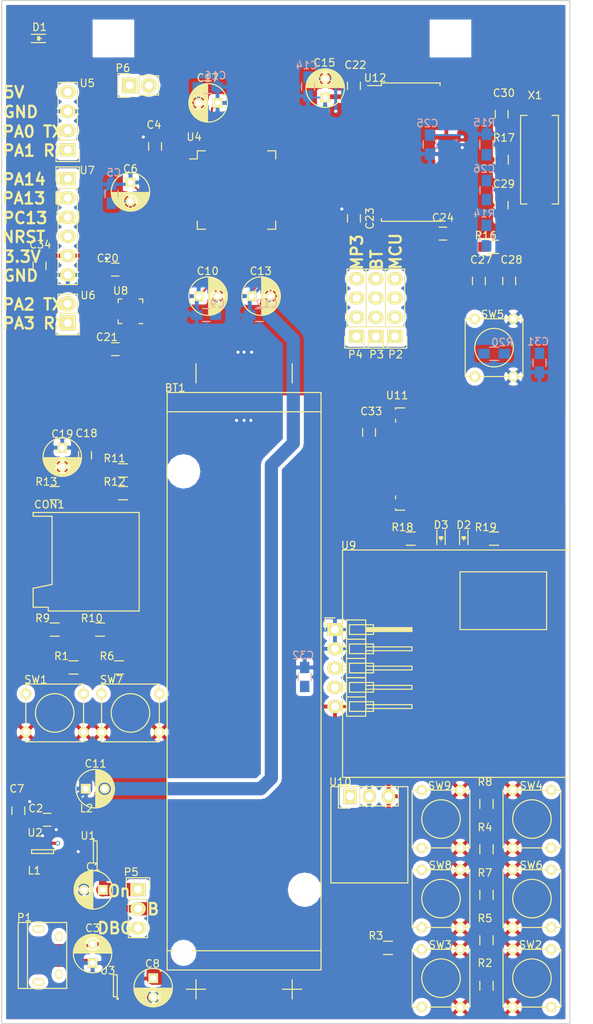
<source format=kicad_pcb>
(kicad_pcb (version 4) (host pcbnew 4.0.2-stable)
  (title_block (title "SenseWalk2: Minimalistic version") (rev 1) (company "University of Central Florida\\nSenior Design G23\\nBenoit Brummer\\n\\n\\n"))
  (layers (0 F.Cu signal) (31 B.Cu signal) (34 B.Paste user) (35 F.Paste user) (36 B.SilkS user) (37 F.SilkS user) (38 B.Mask user) (39 F.Mask user) (44 Edge.Cuts user))
  (net 0 "")
  (net 1 GND)
  (net 2 +BATT)
  (net 3 +5V)
  (net 4 +3V3)
  (net 5 PD2_SD-CMD)
  (net 6 PC10_SD-D2)
  (net 7 PC11_SD-D3)
  (net 8 PC12_SD-CK)
  (net 9 PC8_SD-D0)
  (net 10 PC9_SD-D1)
  (net 11 PA15_SD-DET)
  (net 12 "Net-(L2-Pad1)")
  (net 13 /in5)
  (net 14 /in6)
  (net 15 /in7)
  (net 16 /in8)
  (net 17 /in1)
  (net 18 /in2)
  (net 19 /in3)
  (net 20 /in4)
  (net 21 PC13_dbg)
  (net 22 NRST)
  (net 23 PC0_MP3-SCL)
  (net 24 PC1_MP3-SDA)
  (net 25 PC2_MAG-MISO)
  (net 26 PA0_las)
  (net 27 PA1_las)
  (net 28 PA2_UART)
  (net 29 PA3_UART)
  (net 30 PA4_BTpcm-Sync)
  (net 31 PA5_MP3-SCK)
  (net 32 PA6_BT-RTS)
  (net 33 PA7_MP3-SDI)
  (net 34 PC4_BT-RX)
  (net 35 PC5_BT-TX)
  (net 36 PB1_BT-CTS)
  (net 37 PB2_BT-GP2)
  (net 38 PB10_MAG-SPC)
  (net 39 "Net-(D1-Pad2)")
  (net 40 PB12_MAG-INT)
  (net 41 PB13_MAG-TRIG)
  (net 42 PB14_MP3-RST)
  (net 43 PB15_MAG-MOSI)
  (net 44 PC6_MP3-DR)
  (net 45 PA9_GPS-RX)
  (net 46 PA13_dbg)
  (net 47 PA14_dbg)
  (net 48 PB3_BTpcm-CLK)
  (net 49 PB5_BTpcm-IN)
  (net 50 PB7_GPS-TX)
  (net 51 PB9_MAG-CS)
  (net 52 "Net-(P4-Pad4)")
  (net 53 "Net-(P4-Pad1)")
  (net 54 "Net-(P4-Pad2)")
  (net 55 "Net-(C26-Pad1)")
  (net 56 "Net-(C28-Pad1)")
  (net 57 "Net-(C29-Pad1)")
  (net 58 "Net-(C27-Pad1)")
  (net 59 "Net-(D2-Pad2)")
  (net 60 "Net-(D2-Pad1)")
  (net 61 "Net-(D3-Pad2)")
  (net 62 "Net-(D3-Pad1)")
  (net 63 "Net-(P3-Pad1)")
  (net 64 "Net-(P3-Pad2)")
  (net 65 "Net-(P3-Pad3)")
  (net 66 "Net-(P3-Pad4)")
  (net 67 "Net-(L1-Pad2)")
  (net 68 "Net-(C3-Pad2)")
  (net 69 "Net-(C26-Pad2)")
  (net 70 "Net-(C30-Pad1)")
  (net 71 PB0_mic)
  (net 72 PB11_BT-GP9)
  (net 73 x-in-1)
  (net 74 x-in-2)
  (net 75 /3VEN)
  (net 76 /5VEN)
  (module Capacitors_ThroughHole:C_Radial_D5_L11_P2.5 (layer F.Cu) (at 50.35 157.35 180)
    (fp_text reference C1 (at 1.25 3.05 180) (layer F.SilkS))
    (fp_text value 10uF)
    (pad 1 thru_hole rect (at 0 0 180) (size 1.3 1.3) (drill 0.8) (layers *.Cu *.Mask F.SilkS) (net 75 /3VEN))
    (pad 2 thru_hole circle (at 2.5 0 180) (size 1.3 1.3) (drill 0.8) (layers *.Cu *.Mask F.SilkS) (net 1 GND))
  )
  (module con-trougnouf:MicroSD (layer F.Cu) (at 42.65 112.05 90)
    (fp_text reference CON1 (at 5.55 0.65 180) (layer F.SilkS))
    (fp_text value uSD_Card)
    (pad 6 smd rect (at -2.2 0 90) (size 0.7 1.1) (layers F.Cu F.Paste F.Mask) (net 1 GND))
    (pad 3 smd rect (at 1.1 0 90) (size 0.7 1.1) (layers F.Cu F.Paste F.Mask) (net 5 PD2_SD-CMD))
    (pad ~ smd rect (at 4.38 0.5 90) (size 0.86 2.8) (layers F.Cu F.Paste F.Mask))
    (pad 1 smd rect (at 3.3 0 90) (size 0.7 1.1) (layers F.Cu F.Paste F.Mask) (net 6 PC10_SD-D2))
    (pad 2 smd rect (at 2.2 0 90) (size 0.7 1.1) (layers F.Cu F.Paste F.Mask) (net 7 PC11_SD-D3))
    (pad 4 smd rect (at 0 0 90) (size 0.7 1.1) (layers F.Cu F.Paste F.Mask) (net 4 +3V3))
    (pad 5 smd rect (at -1.1 0 90) (size 0.7 1.1) (layers F.Cu F.Paste F.Mask) (net 8 PC12_SD-CK))
    (pad 7 smd rect (at -3.3 0 90) (size 0.7 1.1) (layers F.Cu F.Paste F.Mask) (net 9 PC8_SD-D0))
    (pad 8 smd rect (at -4.4 0 90) (size 0.7 1.1) (layers F.Cu F.Paste F.Mask) (net 10 PC9_SD-D1))
    (pad ~ smd rect (at -8.28 0.015 90) (size 1.14 1.83) (layers F.Cu F.Paste F.Mask))
    (pad ~ smd rect (at -8.5 11.265 90) (size 0.7 3.33) (layers F.Cu F.Paste F.Mask))
    (pad 6 smd rect (at -6.19 12.465 90) (size 0.9 0.93) (layers F.Cu F.Paste F.Mask) (net 1 GND))
    (pad 9 smd rect (at -3.24 12.54 90) (size 1.05 0.78) (layers F.Cu F.Paste F.Mask) (net 11 PA15_SD-DET))
    (pad ~ smd rect (at 4.46 11.265 90) (size 0.7 3.33) (layers F.Cu F.Paste F.Mask))
  )
  (module BT:RN-52 (layer F.Cu) (at 102 100.5 270)
    (fp_text reference U11 (at -8.4 12.8 360) (layer F.SilkS))
    (fp_text value RN-52)
    (pad 28 smd rect (at 6.75 11 270) (size 1.6 0.8) (layers F.Cu F.Paste F.Mask))
    (pad 27 smd rect (at 5.9 13 270) (size 0.8 1.6) (layers F.Cu F.Paste F.Mask) (net 1 GND))
    (pad 19 smd rect (at -4.2 13 270) (size 0.8 1.6) (layers F.Cu F.Paste F.Mask))
    (pad 1 smd rect (at -6.75 -8.2 270) (size 1.6 0.8) (layers F.Cu F.Paste F.Mask) (net 1 GND))
    (pad 2 smd rect (at -6.75 -7 270) (size 1.6 0.8) (layers F.Cu F.Paste F.Mask) (net 37 PB2_BT-GP2))
    (pad 3 smd rect (at -6.75 -5.8 270) (size 1.6 0.8) (layers F.Cu F.Paste F.Mask))
    (pad 4 smd rect (at -6.75 -4.6 270) (size 1.6 0.8) (layers F.Cu F.Paste F.Mask))
    (pad 5 smd rect (at -6.75 -3.4 270) (size 1.6 0.8) (layers F.Cu F.Paste F.Mask))
    (pad 6 smd rect (at -6.75 -2.2 270) (size 1.6 0.8) (layers F.Cu F.Paste F.Mask))
    (pad 7 smd rect (at -6.75 -1 270) (size 1.6 0.8) (layers F.Cu F.Paste F.Mask))
    (pad 8 smd rect (at -6.75 0.2 270) (size 1.6 0.8) (layers F.Cu F.Paste F.Mask))
    (pad 9 smd rect (at -6.75 1.4 270) (size 1.6 0.8) (layers F.Cu F.Paste F.Mask))
    (pad 10 smd rect (at -6.75 2.6 270) (size 1.6 0.8) (layers F.Cu F.Paste F.Mask))
    (pad 11 smd rect (at -6.75 3.8 270) (size 1.6 0.8) (layers F.Cu F.Paste F.Mask) (net 72 PB11_BT-GP9))
    (pad 12 smd rect (at -6.75 5 270) (size 1.6 0.8) (layers F.Cu F.Paste F.Mask))
    (pad 13 smd rect (at -6.75 6.2 270) (size 1.6 0.8) (layers F.Cu F.Paste F.Mask))
    (pad 14 smd rect (at -6.75 7.4 270) (size 1.6 0.8) (layers F.Cu F.Paste F.Mask) (net 32 PA6_BT-RTS))
    (pad 15 smd rect (at -6.75 8.6 270) (size 1.6 0.8) (layers F.Cu F.Paste F.Mask) (net 36 PB1_BT-CTS))
    (pad 16 smd rect (at -6.75 9.8 270) (size 1.6 0.8) (layers F.Cu F.Paste F.Mask) (net 35 PC5_BT-TX))
    (pad 17 smd rect (at -6.75 11 270) (size 1.6 0.8) (layers F.Cu F.Paste F.Mask) (net 34 PC4_BT-RX))
    (pad 18 smd rect (at -5.9 13 270) (size 0.8 1.6) (layers F.Cu F.Paste F.Mask) (net 1 GND))
    (pad 20 smd rect (at -3 13 270) (size 0.8 1.6) (layers F.Cu F.Paste F.Mask))
    (pad 21 smd rect (at -1.8 13 270) (size 0.8 1.6) (layers F.Cu F.Paste F.Mask) (net 4 +3V3))
    (pad 22 smd rect (at -0.6 13 270) (size 0.8 1.6) (layers F.Cu F.Paste F.Mask) (net 4 +3V3))
    (pad 23 smd rect (at 0.6 13 270) (size 0.8 1.6) (layers F.Cu F.Paste F.Mask) (net 66 "Net-(P3-Pad4)"))
    (pad 24 smd rect (at 1.8 13 270) (size 0.8 1.6) (layers F.Cu F.Paste F.Mask) (net 65 "Net-(P3-Pad3)"))
    (pad 25 smd rect (at 3 13 270) (size 0.8 1.6) (layers F.Cu F.Paste F.Mask) (net 64 "Net-(P3-Pad2)"))
    (pad 26 smd rect (at 4.2 13 270) (size 0.8 1.6) (layers F.Cu F.Paste F.Mask) (net 63 "Net-(P3-Pad1)"))
    (pad 29 smd rect (at 6.75 9.8 270) (size 1.6 0.8) (layers F.Cu F.Paste F.Mask))
    (pad 30 smd rect (at 6.75 8.6 270) (size 1.6 0.8) (layers F.Cu F.Paste F.Mask))
    (pad 31 smd rect (at 6.75 7.4 270) (size 1.6 0.8) (layers F.Cu F.Paste F.Mask))
    (pad 32 smd rect (at 6.75 6.2 270) (size 1.6 0.8) (layers F.Cu F.Paste F.Mask) (net 62 "Net-(D3-Pad1)"))
    (pad 33 smd rect (at 6.75 5 270) (size 1.6 0.8) (layers F.Cu F.Paste F.Mask) (net 60 "Net-(D2-Pad1)"))
    (pad 34 smd rect (at 6.75 3.8 270) (size 1.6 0.8) (layers F.Cu F.Paste F.Mask))
    (pad 35 smd rect (at 6.75 2.6 270) (size 1.6 0.8) (layers F.Cu F.Paste F.Mask))
    (pad 36 smd rect (at 6.75 1.4 270) (size 1.6 0.8) (layers F.Cu F.Paste F.Mask))
    (pad 37 smd rect (at 6.75 0.2 270) (size 1.6 0.8) (layers F.Cu F.Paste F.Mask))
    (pad 38 smd rect (at 6.75 -1 270) (size 1.6 0.8) (layers F.Cu F.Paste F.Mask))
    (pad 39 smd rect (at 6.75 -2.2 270) (size 1.6 0.8) (layers F.Cu F.Paste F.Mask) (net 1 GND))
    (pad 40 smd rect (at 6.75 -3.4 270) (size 1.6 0.8) (layers F.Cu F.Paste F.Mask))
    (pad 41 smd rect (at 6.75 -4.6 270) (size 1.6 0.8) (layers F.Cu F.Paste F.Mask))
    (pad 42 smd rect (at 6.75 -5.8 270) (size 1.6 0.8) (layers F.Cu F.Paste F.Mask))
    (pad 43 smd rect (at 6.75 -7 270) (size 1.6 0.8) (layers F.Cu F.Paste F.Mask))
    (pad 44 smd rect (at 6.75 -8.2 270) (size 1.6 0.8) (layers F.Cu F.Paste F.Mask) (net 1 GND))
    (pad 45 smd oval (at 3.5 -7.7 270) (size 0.8 1) (layers F.Cu F.Paste F.Mask) (net 1 GND))
    (pad 46 smd oval (at 2.1 -7.7 270) (size 0.8 1) (layers F.Cu F.Paste F.Mask) (net 1 GND))
    (pad 47 smd oval (at 0.7 -7.7 270) (size 0.8 1) (layers F.Cu F.Paste F.Mask) (net 1 GND))
    (pad 48 smd oval (at -0.7 -7.7 270) (size 0.8 1) (layers F.Cu F.Paste F.Mask) (net 1 GND))
    (pad 49 smd oval (at -2.1 -7.7 270) (size 0.8 1) (layers F.Cu F.Paste F.Mask) (net 1 GND))
    (pad 50 smd oval (at -3.5 -7.7 270) (size 0.8 1) (layers F.Cu F.Paste F.Mask) (net 1 GND))
  )
  (module con-trougnouf:18650BatteryHolder (layer F.Cu) (at 69 173 270)
    (fp_text reference BT1 (at -81.9 9.1 360) (layer F.SilkS))
    (fp_text value Battery)
    (pad "" np_thru_hole oval (at -70.87 8 270) (size 3.45 3.45) (drill 3.45) (layers *.Cu *.Mask F.SilkS))
    (pad 1 smd rect (at -3.67 0 270) (size 7.34 6.35) (layers F.Cu F.Paste F.Mask) (net 2 +BATT))
    (pad 2 smd rect (at -82.33 0 270) (size 7.34 6.35) (layers F.Cu F.Paste F.Mask) (net 1 GND))
    (pad "" np_thru_hole oval (at -7.34 8 270) (size 2.39 2.39) (drill 2.39) (layers *.Cu *.Mask F.SilkS))
    (pad "" np_thru_hole oval (at -15.67 -8 270) (size 3.45 3.45) (drill 3.45) (layers *.Cu *.Mask F.SilkS))
  )
  (module Capacitors_ThroughHole:C_Radial_D5_L11_P2.5 (layer F.Cu) (at 49 167 90)
    (fp_text reference C3 (at 4.6 0 180) (layer F.SilkS))
    (fp_text value 1uF)
    (pad 1 thru_hole rect (at 0 0 90) (size 1.3 1.3) (drill 0.8) (layers *.Cu *.Mask F.SilkS) (net 1 GND))
    (pad 2 thru_hole circle (at 2.5 0 90) (size 1.3 1.3) (drill 0.8) (layers *.Cu *.Mask F.SilkS) (net 68 "Net-(C3-Pad2)"))
  )
  (module Capacitors_SMD:C_0805_HandSoldering (layer F.Cu) (at 57.25 59.25 270)
    (fp_text reference C4 (at -2.85 0.15 360) (layer F.SilkS))
    (fp_text value 0.1uF)
    (pad 1 smd rect (at -1.25 0 270) (size 1.5 1.25) (layers F.Cu F.Paste F.Mask) (net 1 GND))
    (pad 2 smd rect (at 1.25 0 270) (size 1.5 1.25) (layers F.Cu F.Paste F.Mask) (net 4 +3V3))
  )
  (module Capacitors_ThroughHole:C_Radial_D5_L11_P2.5 (layer F.Cu) (at 54 64 270)
    (fp_text reference C6 (at -1.8 0 360) (layer F.SilkS))
    (fp_text value 4.7uF)
    (pad 1 thru_hole rect (at 0 0 270) (size 1.3 1.3) (drill 0.8) (layers *.Cu *.Mask F.SilkS) (net 1 GND))
    (pad 2 thru_hole circle (at 2.5 0 270) (size 1.3 1.3) (drill 0.8) (layers *.Cu *.Mask F.SilkS) (net 4 +3V3))
  )
  (module Capacitors_SMD:C_0805_HandSoldering (layer F.Cu) (at 39.2 146.9 90)
    (fp_text reference C7 (at 2.9 -0.2 180) (layer F.SilkS))
    (fp_text value 10uF)
    (pad 1 smd rect (at -1.25 0 90) (size 1.5 1.25) (layers F.Cu F.Paste F.Mask) (net 3 +5V))
    (pad 2 smd rect (at 1.25 0 90) (size 1.5 1.25) (layers F.Cu F.Paste F.Mask) (net 1 GND))
  )
  (module Capacitors_ThroughHole:C_Radial_D5_L11_P2.5 (layer F.Cu) (at 57 169 270)
    (fp_text reference C8 (at -1.9 0.1 360) (layer F.SilkS))
    (fp_text value 1uF)
    (pad 1 thru_hole rect (at 0 0 270) (size 1.3 1.3) (drill 0.8) (layers *.Cu *.Mask F.SilkS) (net 2 +BATT))
    (pad 2 thru_hole circle (at 2.5 0 270) (size 1.3 1.3) (drill 0.8) (layers *.Cu *.Mask F.SilkS) (net 1 GND))
  )
  (module Capacitors_ThroughHole:C_Radial_D5_L11_P2.5 (layer F.Cu) (at 63 79)
    (fp_text reference C10 (at 1.2 -3.3) (layer F.SilkS))
    (fp_text value 4.7uF)
    (pad 1 thru_hole rect (at 0 0) (size 1.3 1.3) (drill 0.8) (layers *.Cu *.Mask F.SilkS) (net 1 GND))
    (pad 2 thru_hole circle (at 2.5 0) (size 1.3 1.3) (drill 0.8) (layers *.Cu *.Mask F.SilkS) (net 4 +3V3))
  )
  (module Capacitors_ThroughHole:C_Radial_D5_L11_P2.5 (layer F.Cu) (at 65.5 53.5 180)
    (fp_text reference C17 (at 1.3 3.3 180) (layer F.SilkS))
    (fp_text value 4.7uF)
    (pad 1 thru_hole rect (at 0 0 180) (size 1.3 1.3) (drill 0.8) (layers *.Cu *.Mask F.SilkS) (net 1 GND))
    (pad 2 thru_hole circle (at 2.5 0 180) (size 1.3 1.3) (drill 0.8) (layers *.Cu *.Mask F.SilkS) (net 4 +3V3))
  )
  (module Inductors_NEOSID:Neosid_Inductor_SM-NE29_SMD1008 (layer F.Cu) (at 42.4 156.8 180)
    (fp_text reference L1 (at 1.1 2 180) (layer F.SilkS))
    (fp_text value 4.7uH)
    (pad 2 smd rect (at 1.14554 0 180) (size 1.02108 2.54) (layers F.Cu F.Paste F.Mask) (net 67 "Net-(L1-Pad2)"))
    (pad 1 smd rect (at -1.14554 0 180) (size 1.02108 2.54) (layers F.Cu F.Paste F.Mask) (net 2 +BATT))
  )
  (module Inductors_NEOSID:Neosid_Inductor_SM-NE29_SMD1008 (layer F.Cu) (at 49.31 148.58)
    (fp_text reference L2 (at -1.11 -1.98 180) (layer F.SilkS))
    (fp_text value 4.7uH)
    (pad 2 smd rect (at 1.14554 0) (size 1.02108 2.54) (layers F.Cu F.Paste F.Mask) (net 4 +3V3))
    (pad 1 smd rect (at -1.14554 0) (size 1.02108 2.54) (layers F.Cu F.Paste F.Mask) (net 12 "Net-(L2-Pad1)"))
  )
  (module Connect:USB_Micro-B (layer F.Cu) (at 43 166 270)
    (fp_text reference P1 (at -5 3 360) (layer F.SilkS))
    (fp_text value USB_B)
    (pad 1 smd rect (at -1.3009 -1.56254) (size 1.35 0.4) (layers F.Cu F.Paste F.Mask) (net 68 "Net-(C3-Pad2)"))
    (pad 2 smd rect (at -0.6509 -1.56254) (size 1.35 0.4) (layers F.Cu F.Paste F.Mask))
    (pad 3 smd rect (at -0.0009 -1.56254) (size 1.35 0.4) (layers F.Cu F.Paste F.Mask))
    (pad 4 smd rect (at 0.6491 -1.56254) (size 1.35 0.4) (layers F.Cu F.Paste F.Mask) (net 1 GND))
    (pad 5 smd rect (at 1.2991 -1.56254) (size 1.35 0.4) (layers F.Cu F.Paste F.Mask))
    (pad 6 thru_hole oval (at -2.5009 -1.56254) (size 0.95 1.25) (drill oval 0.55 0.85) (layers *.Cu *.Mask F.SilkS))
    (pad 6 thru_hole oval (at 2.4991 -1.56254) (size 0.95 1.25) (drill oval 0.55 0.85) (layers *.Cu *.Mask F.SilkS))
    (pad 6 thru_hole oval (at -3.5009 1.13746) (size 1.55 1) (drill oval 1.15 0.5) (layers *.Cu *.Mask F.SilkS))
    (pad 6 thru_hole oval (at 3.4991 1.13746) (size 1.55 1) (drill oval 1.15 0.5) (layers *.Cu *.Mask F.SilkS))
  )
  (module Buttons_Switches_ThroughHole:SW_PUSH_SMALL (layer F.Cu) (at 44 134)
    (fp_text reference SW1 (at -2.5 -4.4) (layer F.SilkS))
    (fp_text value SW_PUSH)
    (pad 1 thru_hole circle (at 3.81 -2.54) (size 1.397 1.397) (drill 0.8128) (layers *.Cu *.Mask F.SilkS) (net 13 /in5))
    (pad 2 thru_hole circle (at 3.81 2.54) (size 1.397 1.397) (drill 0.8128) (layers *.Cu *.Mask F.SilkS) (net 4 +3V3))
    (pad 1 thru_hole circle (at -3.81 -2.54) (size 1.397 1.397) (drill 0.8128) (layers *.Cu *.Mask F.SilkS) (net 13 /in5))
    (pad 2 thru_hole circle (at -3.81 2.54) (size 1.397 1.397) (drill 0.8128) (layers *.Cu *.Mask F.SilkS) (net 4 +3V3))
  )
  (module Buttons_Switches_ThroughHole:SW_PUSH_SMALL (layer F.Cu) (at 107 169 270)
    (fp_text reference SW2 (at -4.4 0.2 360) (layer F.SilkS))
    (fp_text value SW_PUSH)
    (pad 1 thru_hole circle (at 3.81 -2.54 270) (size 1.397 1.397) (drill 0.8128) (layers *.Cu *.Mask F.SilkS) (net 14 /in6))
    (pad 2 thru_hole circle (at 3.81 2.54 270) (size 1.397 1.397) (drill 0.8128) (layers *.Cu *.Mask F.SilkS) (net 4 +3V3))
    (pad 1 thru_hole circle (at -3.81 -2.54 270) (size 1.397 1.397) (drill 0.8128) (layers *.Cu *.Mask F.SilkS) (net 14 /in6))
    (pad 2 thru_hole circle (at -3.81 2.54 270) (size 1.397 1.397) (drill 0.8128) (layers *.Cu *.Mask F.SilkS) (net 4 +3V3))
  )
  (module Buttons_Switches_ThroughHole:SW_PUSH_SMALL (layer F.Cu) (at 95 169 90)
    (fp_text reference SW3 (at 4.4 -0.1 180) (layer F.SilkS))
    (fp_text value SW_PUSH)
    (pad 1 thru_hole circle (at 3.81 -2.54 90) (size 1.397 1.397) (drill 0.8128) (layers *.Cu *.Mask F.SilkS) (net 15 /in7))
    (pad 2 thru_hole circle (at 3.81 2.54 90) (size 1.397 1.397) (drill 0.8128) (layers *.Cu *.Mask F.SilkS) (net 4 +3V3))
    (pad 1 thru_hole circle (at -3.81 -2.54 90) (size 1.397 1.397) (drill 0.8128) (layers *.Cu *.Mask F.SilkS) (net 15 /in7))
    (pad 2 thru_hole circle (at -3.81 2.54 90) (size 1.397 1.397) (drill 0.8128) (layers *.Cu *.Mask F.SilkS) (net 4 +3V3))
  )
  (module Buttons_Switches_ThroughHole:SW_PUSH_SMALL (layer F.Cu) (at 107 148 270)
    (fp_text reference SW4 (at -4.4 0.1 360) (layer F.SilkS))
    (fp_text value SW_PUSH)
    (pad 1 thru_hole circle (at 3.81 -2.54 270) (size 1.397 1.397) (drill 0.8128) (layers *.Cu *.Mask F.SilkS) (net 16 /in8))
    (pad 2 thru_hole circle (at 3.81 2.54 270) (size 1.397 1.397) (drill 0.8128) (layers *.Cu *.Mask F.SilkS) (net 4 +3V3))
    (pad 1 thru_hole circle (at -3.81 -2.54 270) (size 1.397 1.397) (drill 0.8128) (layers *.Cu *.Mask F.SilkS) (net 16 /in8))
    (pad 2 thru_hole circle (at -3.81 2.54 270) (size 1.397 1.397) (drill 0.8128) (layers *.Cu *.Mask F.SilkS) (net 4 +3V3))
  )
  (module Buttons_Switches_ThroughHole:SW_PUSH_SMALL (layer F.Cu) (at 107 158.5 270)
    (fp_text reference SW6 (at -4.4 0.1 360) (layer F.SilkS))
    (fp_text value SW_PUSH)
    (pad 1 thru_hole circle (at 3.81 -2.54 270) (size 1.397 1.397) (drill 0.8128) (layers *.Cu *.Mask F.SilkS) (net 17 /in1))
    (pad 2 thru_hole circle (at 3.81 2.54 270) (size 1.397 1.397) (drill 0.8128) (layers *.Cu *.Mask F.SilkS) (net 4 +3V3))
    (pad 1 thru_hole circle (at -3.81 -2.54 270) (size 1.397 1.397) (drill 0.8128) (layers *.Cu *.Mask F.SilkS) (net 17 /in1))
    (pad 2 thru_hole circle (at -3.81 2.54 270) (size 1.397 1.397) (drill 0.8128) (layers *.Cu *.Mask F.SilkS) (net 4 +3V3))
  )
  (module Buttons_Switches_ThroughHole:SW_PUSH_SMALL (layer F.Cu) (at 54 134)
    (fp_text reference SW7 (at -2.5 -4.4) (layer F.SilkS))
    (fp_text value SW_PUSH)
    (pad 1 thru_hole circle (at 3.81 -2.54) (size 1.397 1.397) (drill 0.8128) (layers *.Cu *.Mask F.SilkS) (net 18 /in2))
    (pad 2 thru_hole circle (at 3.81 2.54) (size 1.397 1.397) (drill 0.8128) (layers *.Cu *.Mask F.SilkS) (net 4 +3V3))
    (pad 1 thru_hole circle (at -3.81 -2.54) (size 1.397 1.397) (drill 0.8128) (layers *.Cu *.Mask F.SilkS) (net 18 /in2))
    (pad 2 thru_hole circle (at -3.81 2.54) (size 1.397 1.397) (drill 0.8128) (layers *.Cu *.Mask F.SilkS) (net 4 +3V3))
  )
  (module Buttons_Switches_ThroughHole:SW_PUSH_SMALL (layer F.Cu) (at 95 158.5 90)
    (fp_text reference SW8 (at 4.4 -0.1 180) (layer F.SilkS))
    (fp_text value SW_PUSH)
    (pad 1 thru_hole circle (at 3.81 -2.54 90) (size 1.397 1.397) (drill 0.8128) (layers *.Cu *.Mask F.SilkS) (net 19 /in3))
    (pad 2 thru_hole circle (at 3.81 2.54 90) (size 1.397 1.397) (drill 0.8128) (layers *.Cu *.Mask F.SilkS) (net 4 +3V3))
    (pad 1 thru_hole circle (at -3.81 -2.54 90) (size 1.397 1.397) (drill 0.8128) (layers *.Cu *.Mask F.SilkS) (net 19 /in3))
    (pad 2 thru_hole circle (at -3.81 2.54 90) (size 1.397 1.397) (drill 0.8128) (layers *.Cu *.Mask F.SilkS) (net 4 +3V3))
  )
  (module Buttons_Switches_ThroughHole:SW_PUSH_SMALL (layer F.Cu) (at 95 148 90)
    (fp_text reference SW9 (at 4.4 -0.2 180) (layer F.SilkS))
    (fp_text value SW_PUSH)
    (pad 1 thru_hole circle (at 3.81 -2.54 90) (size 1.397 1.397) (drill 0.8128) (layers *.Cu *.Mask F.SilkS) (net 20 /in4))
    (pad 2 thru_hole circle (at 3.81 2.54 90) (size 1.397 1.397) (drill 0.8128) (layers *.Cu *.Mask F.SilkS) (net 4 +3V3))
    (pad 1 thru_hole circle (at -3.81 -2.54 90) (size 1.397 1.397) (drill 0.8128) (layers *.Cu *.Mask F.SilkS) (net 20 /in4))
    (pad 2 thru_hole circle (at -3.81 2.54 90) (size 1.397 1.397) (drill 0.8128) (layers *.Cu *.Mask F.SilkS) (net 4 +3V3))
  )
  (module TO_SOT_Packages_SMD:SOT-23-5 (layer F.Cu) (at 42.4 152.3 270)
    (fp_text reference U2 (at -2.5 1 360) (layer F.SilkS))
    (fp_text value XC9140)
    (pad 1 smd rect (at -1.1 -0.95 270) (size 1.06 0.65) (layers F.Cu F.Paste F.Mask) (net 76 /5VEN))
    (pad 2 smd rect (at -1.1 0 270) (size 1.06 0.65) (layers F.Cu F.Paste F.Mask) (net 1 GND))
    (pad 3 smd rect (at -1.1 0.95 270) (size 1.06 0.65) (layers F.Cu F.Paste F.Mask) (net 2 +BATT))
    (pad 4 smd rect (at 1.1 0.95 270) (size 1.06 0.65) (layers F.Cu F.Paste F.Mask) (net 3 +5V))
    (pad 5 smd rect (at 1.1 -0.95 270) (size 1.06 0.65) (layers F.Cu F.Paste F.Mask) (net 67 "Net-(L1-Pad2)"))
  )
  (module TO_SOT_Packages_SMD:SOT-23-5 (layer F.Cu) (at 52 170 180)
    (fp_text reference U3 (at 1 2 180) (layer F.SilkS))
    (fp_text value MCP73811/2)
    (pad 1 smd rect (at -1.1 -0.95 180) (size 1.06 0.65) (layers F.Cu F.Paste F.Mask) (net 68 "Net-(C3-Pad2)"))
    (pad 2 smd rect (at -1.1 0 180) (size 1.06 0.65) (layers F.Cu F.Paste F.Mask) (net 1 GND))
    (pad 3 smd rect (at -1.1 0.95 180) (size 1.06 0.65) (layers F.Cu F.Paste F.Mask) (net 2 +BATT))
    (pad 4 smd rect (at 1.1 0.95 180) (size 1.06 0.65) (layers F.Cu F.Paste F.Mask) (net 68 "Net-(C3-Pad2)"))
    (pad 5 smd rect (at 1.1 -0.95 180) (size 1.06 0.65) (layers F.Cu F.Paste F.Mask) (net 68 "Net-(C3-Pad2)"))
  )
  (module Housings_QFP:LQFP-64_10x10mm_Pitch0.5mm (layer F.Cu) (at 68 65)
    (fp_text reference U4 (at -5.6 -7) (layer F.SilkS))
    (fp_text value STM32L476R)
    (pad 1 smd rect (at -5.7 -3.75) (size 1 0.25) (layers F.Cu F.Paste F.Mask) (net 4 +3V3))
    (pad 2 smd rect (at -5.7 -3.25) (size 1 0.25) (layers F.Cu F.Paste F.Mask) (net 21 PC13_dbg))
    (pad 3 smd rect (at -5.7 -2.75) (size 1 0.25) (layers F.Cu F.Paste F.Mask) (net 13 /in5))
    (pad 4 smd rect (at -5.7 -2.25) (size 1 0.25) (layers F.Cu F.Paste F.Mask) (net 14 /in6))
    (pad 5 smd rect (at -5.7 -1.75) (size 1 0.25) (layers F.Cu F.Paste F.Mask) (net 15 /in7))
    (pad 6 smd rect (at -5.7 -1.25) (size 1 0.25) (layers F.Cu F.Paste F.Mask) (net 16 /in8))
    (pad 7 smd rect (at -5.7 -0.75) (size 1 0.25) (layers F.Cu F.Paste F.Mask) (net 22 NRST))
    (pad 8 smd rect (at -5.7 -0.25) (size 1 0.25) (layers F.Cu F.Paste F.Mask) (net 23 PC0_MP3-SCL))
    (pad 9 smd rect (at -5.7 0.25) (size 1 0.25) (layers F.Cu F.Paste F.Mask) (net 24 PC1_MP3-SDA))
    (pad 10 smd rect (at -5.7 0.75) (size 1 0.25) (layers F.Cu F.Paste F.Mask) (net 25 PC2_MAG-MISO))
    (pad 11 smd rect (at -5.7 1.25) (size 1 0.25) (layers F.Cu F.Paste F.Mask))
    (pad 12 smd rect (at -5.7 1.75) (size 1 0.25) (layers F.Cu F.Paste F.Mask) (net 1 GND))
    (pad 13 smd rect (at -5.7 2.25) (size 1 0.25) (layers F.Cu F.Paste F.Mask) (net 4 +3V3))
    (pad 14 smd rect (at -5.7 2.75) (size 1 0.25) (layers F.Cu F.Paste F.Mask) (net 26 PA0_las))
    (pad 15 smd rect (at -5.7 3.25) (size 1 0.25) (layers F.Cu F.Paste F.Mask) (net 27 PA1_las))
    (pad 16 smd rect (at -5.7 3.75) (size 1 0.25) (layers F.Cu F.Paste F.Mask) (net 28 PA2_UART))
    (pad 17 smd rect (at -3.75 5.7 90) (size 1 0.25) (layers F.Cu F.Paste F.Mask) (net 29 PA3_UART))
    (pad 18 smd rect (at -3.25 5.7 90) (size 1 0.25) (layers F.Cu F.Paste F.Mask) (net 1 GND))
    (pad 19 smd rect (at -2.75 5.7 90) (size 1 0.25) (layers F.Cu F.Paste F.Mask) (net 4 +3V3))
    (pad 20 smd rect (at -2.25 5.7 90) (size 1 0.25) (layers F.Cu F.Paste F.Mask) (net 30 PA4_BTpcm-Sync))
    (pad 21 smd rect (at -1.75 5.7 90) (size 1 0.25) (layers F.Cu F.Paste F.Mask) (net 31 PA5_MP3-SCK))
    (pad 22 smd rect (at -1.25 5.7 90) (size 1 0.25) (layers F.Cu F.Paste F.Mask) (net 32 PA6_BT-RTS))
    (pad 23 smd rect (at -0.75 5.7 90) (size 1 0.25) (layers F.Cu F.Paste F.Mask) (net 33 PA7_MP3-SDI))
    (pad 24 smd rect (at -0.25 5.7 90) (size 1 0.25) (layers F.Cu F.Paste F.Mask) (net 34 PC4_BT-RX))
    (pad 25 smd rect (at 0.25 5.7 90) (size 1 0.25) (layers F.Cu F.Paste F.Mask) (net 35 PC5_BT-TX))
    (pad 26 smd rect (at 0.75 5.7 90) (size 1 0.25) (layers F.Cu F.Paste F.Mask) (net 71 PB0_mic))
    (pad 27 smd rect (at 1.25 5.7 90) (size 1 0.25) (layers F.Cu F.Paste F.Mask) (net 36 PB1_BT-CTS))
    (pad 28 smd rect (at 1.75 5.7 90) (size 1 0.25) (layers F.Cu F.Paste F.Mask) (net 37 PB2_BT-GP2))
    (pad 29 smd rect (at 2.25 5.7 90) (size 1 0.25) (layers F.Cu F.Paste F.Mask) (net 38 PB10_MAG-SPC))
    (pad 30 smd rect (at 2.75 5.7 90) (size 1 0.25) (layers F.Cu F.Paste F.Mask) (net 72 PB11_BT-GP9))
    (pad 31 smd rect (at 3.25 5.7 90) (size 1 0.25) (layers F.Cu F.Paste F.Mask) (net 1 GND))
    (pad 32 smd rect (at 3.75 5.7 90) (size 1 0.25) (layers F.Cu F.Paste F.Mask) (net 4 +3V3))
    (pad 33 smd rect (at 5.7 3.75) (size 1 0.25) (layers F.Cu F.Paste F.Mask) (net 40 PB12_MAG-INT))
    (pad 34 smd rect (at 5.7 3.25) (size 1 0.25) (layers F.Cu F.Paste F.Mask) (net 41 PB13_MAG-TRIG))
    (pad 35 smd rect (at 5.7 2.75) (size 1 0.25) (layers F.Cu F.Paste F.Mask) (net 42 PB14_MP3-RST))
    (pad 36 smd rect (at 5.7 2.25) (size 1 0.25) (layers F.Cu F.Paste F.Mask) (net 43 PB15_MAG-MOSI))
    (pad 37 smd rect (at 5.7 1.75) (size 1 0.25) (layers F.Cu F.Paste F.Mask) (net 44 PC6_MP3-DR))
    (pad 38 smd rect (at 5.7 1.25) (size 1 0.25) (layers F.Cu F.Paste F.Mask) (net 76 /5VEN))
    (pad 39 smd rect (at 5.7 0.75) (size 1 0.25) (layers F.Cu F.Paste F.Mask) (net 9 PC8_SD-D0))
    (pad 40 smd rect (at 5.7 0.25) (size 1 0.25) (layers F.Cu F.Paste F.Mask) (net 10 PC9_SD-D1))
    (pad 41 smd rect (at 5.7 -0.25) (size 1 0.25) (layers F.Cu F.Paste F.Mask) (net 17 /in1))
    (pad 42 smd rect (at 5.7 -0.75) (size 1 0.25) (layers F.Cu F.Paste F.Mask) (net 45 PA9_GPS-RX))
    (pad 43 smd rect (at 5.7 -1.25) (size 1 0.25) (layers F.Cu F.Paste F.Mask) (net 18 /in2))
    (pad 44 smd rect (at 5.7 -1.75) (size 1 0.25) (layers F.Cu F.Paste F.Mask) (net 19 /in3))
    (pad 45 smd rect (at 5.7 -2.25) (size 1 0.25) (layers F.Cu F.Paste F.Mask) (net 20 /in4))
    (pad 46 smd rect (at 5.7 -2.75) (size 1 0.25) (layers F.Cu F.Paste F.Mask) (net 46 PA13_dbg))
    (pad 47 smd rect (at 5.7 -3.25) (size 1 0.25) (layers F.Cu F.Paste F.Mask) (net 1 GND))
    (pad 48 smd rect (at 5.7 -3.75) (size 1 0.25) (layers F.Cu F.Paste F.Mask) (net 4 +3V3))
    (pad 49 smd rect (at 3.75 -5.7 90) (size 1 0.25) (layers F.Cu F.Paste F.Mask) (net 47 PA14_dbg))
    (pad 50 smd rect (at 3.25 -5.7 90) (size 1 0.25) (layers F.Cu F.Paste F.Mask) (net 11 PA15_SD-DET))
    (pad 51 smd rect (at 2.75 -5.7 90) (size 1 0.25) (layers F.Cu F.Paste F.Mask) (net 6 PC10_SD-D2))
    (pad 52 smd rect (at 2.25 -5.7 90) (size 1 0.25) (layers F.Cu F.Paste F.Mask) (net 7 PC11_SD-D3))
    (pad 53 smd rect (at 1.75 -5.7 90) (size 1 0.25) (layers F.Cu F.Paste F.Mask) (net 8 PC12_SD-CK))
    (pad 54 smd rect (at 1.25 -5.7 90) (size 1 0.25) (layers F.Cu F.Paste F.Mask) (net 5 PD2_SD-CMD))
    (pad 55 smd rect (at 0.75 -5.7 90) (size 1 0.25) (layers F.Cu F.Paste F.Mask) (net 48 PB3_BTpcm-CLK))
    (pad 56 smd rect (at 0.25 -5.7 90) (size 1 0.25) (layers F.Cu F.Paste F.Mask) (net 73 x-in-1))
    (pad 57 smd rect (at -0.25 -5.7 90) (size 1 0.25) (layers F.Cu F.Paste F.Mask) (net 49 PB5_BTpcm-IN))
    (pad 58 smd rect (at -0.75 -5.7 90) (size 1 0.25) (layers F.Cu F.Paste F.Mask) (net 74 x-in-2))
    (pad 59 smd rect (at -1.25 -5.7 90) (size 1 0.25) (layers F.Cu F.Paste F.Mask) (net 50 PB7_GPS-TX))
    (pad 60 smd rect (at -1.75 -5.7 90) (size 1 0.25) (layers F.Cu F.Paste F.Mask))
    (pad 61 smd rect (at -2.25 -5.7 90) (size 1 0.25) (layers F.Cu F.Paste F.Mask) (net 39 "Net-(D1-Pad2)"))
    (pad 62 smd rect (at -2.75 -5.7 90) (size 1 0.25) (layers F.Cu F.Paste F.Mask) (net 51 PB9_MAG-CS))
    (pad 63 smd rect (at -3.25 -5.7 90) (size 1 0.25) (layers F.Cu F.Paste F.Mask) (net 1 GND))
    (pad 64 smd rect (at -3.75 -5.7 90) (size 1 0.25) (layers F.Cu F.Paste F.Mask) (net 4 +3V3))
  )
  (module con-trougnouf:Socket_Strip_Straight_1x04_3467 (layer F.Cu) (at 45.72 59.69 90)
    (fp_text reference U5 (at 8.79 2.58 180) (layer F.SilkS))
    (fp_text value Lightware_SF10/A)
    (pad 3 thru_hole rect (at 0 0 90) (size 1.7272 2.032) (drill 1.016) (layers *.Cu *.Mask F.SilkS) (net 27 PA1_las))
    (pad 4 thru_hole oval (at 2.54 0 90) (size 1.7272 2.032) (drill 1.016) (layers *.Cu *.Mask F.SilkS) (net 26 PA0_las))
    (pad 6 thru_hole oval (at 5.08 0 90) (size 1.7272 2.032) (drill 1.016) (layers *.Cu *.Mask F.SilkS) (net 1 GND))
    (pad 7 thru_hole oval (at 7.62 0 90) (size 1.7272 2.032) (drill 1.016) (layers *.Cu *.Mask F.SilkS) (net 3 +5V))
  )
  (module Housings_DFN_QFN:QFN-16-1EP_3x3mm_Pitch0.5mm (layer F.Cu) (at 54 81 180)
    (fp_text reference U8 (at 1.3 2.7 360) (layer F.SilkS))
    (fp_text value MLX90393)
    (pad 1 smd oval (at -1.475 -0.75 180) (size 0.75 0.3) (layers F.Cu F.Paste F.Mask) (net 40 PB12_MAG-INT))
    (pad 2 smd oval (at -1.475 -0.25 180) (size 0.75 0.3) (layers F.Cu F.Paste F.Mask) (net 51 PB9_MAG-CS))
    (pad 3 smd oval (at -1.475 0.25 180) (size 0.75 0.3) (layers F.Cu F.Paste F.Mask) (net 38 PB10_MAG-SPC))
    (pad 4 smd oval (at -1.475 0.75 180) (size 0.75 0.3) (layers F.Cu F.Paste F.Mask))
    (pad 5 smd oval (at -0.75 1.475 270) (size 0.75 0.3) (layers F.Cu F.Paste F.Mask) (net 43 PB15_MAG-MOSI))
    (pad 6 smd oval (at -0.25 1.475 270) (size 0.75 0.3) (layers F.Cu F.Paste F.Mask) (net 25 PC2_MAG-MISO))
    (pad 7 smd oval (at 0.25 1.475 270) (size 0.75 0.3) (layers F.Cu F.Paste F.Mask) (net 41 PB13_MAG-TRIG))
    (pad 8 smd oval (at 0.75 1.475 270) (size 0.75 0.3) (layers F.Cu F.Paste F.Mask) (net 4 +3V3))
    (pad 9 smd oval (at 1.475 0.75 180) (size 0.75 0.3) (layers F.Cu F.Paste F.Mask))
    (pad 10 smd oval (at 1.475 0.25 180) (size 0.75 0.3) (layers F.Cu F.Paste F.Mask))
    (pad 11 smd oval (at 1.475 -0.25 180) (size 0.75 0.3) (layers F.Cu F.Paste F.Mask) (net 1 GND))
    (pad 12 smd oval (at 1.475 -0.75 180) (size 0.75 0.3) (layers F.Cu F.Paste F.Mask) (net 1 GND))
    (pad 13 smd oval (at 0.75 -1.475 270) (size 0.75 0.3) (layers F.Cu F.Paste F.Mask) (net 1 GND))
    (pad 14 smd oval (at 0.25 -1.475 270) (size 0.75 0.3) (layers F.Cu F.Paste F.Mask))
    (pad 15 smd oval (at -0.25 -1.475 270) (size 0.75 0.3) (layers F.Cu F.Paste F.Mask) (net 4 +3V3))
    (pad 16 smd oval (at -0.75 -1.475 270) (size 0.75 0.3) (layers F.Cu F.Paste F.Mask))
    (pad 17 smd rect (at 0.45 0.45 180) (size 0.9 0.9) (layers F.Cu F.Paste F.Mask))
    (pad 17 smd rect (at 0.45 -0.45 180) (size 0.9 0.9) (layers F.Cu F.Paste F.Mask))
    (pad 17 smd rect (at -0.45 0.45 180) (size 0.9 0.9) (layers F.Cu F.Paste F.Mask))
    (pad 17 smd rect (at -0.45 -0.45 180) (size 0.9 0.9) (layers F.Cu F.Paste F.Mask))
  )
  (module Housings_SOIC:SOIC-28_7.5x17.9mm_Pitch1.27mm (layer F.Cu) (at 91 60)
    (fp_text reference U12 (at -4.7 -9.8) (layer F.SilkS))
    (fp_text value STA013)
    (pad 1 smd rect (at -4.7 -8.255) (size 2 0.6) (layers F.Cu F.Paste F.Mask) (net 4 +3V3))
    (pad 2 smd rect (at -4.7 -6.985) (size 2 0.6) (layers F.Cu F.Paste F.Mask) (net 1 GND))
    (pad 3 smd rect (at -4.7 -5.715) (size 2 0.6) (layers F.Cu F.Paste F.Mask) (net 24 PC1_MP3-SDA))
    (pad 4 smd rect (at -4.7 -4.445) (size 2 0.6) (layers F.Cu F.Paste F.Mask) (net 23 PC0_MP3-SCL))
    (pad 5 smd rect (at -4.7 -3.175) (size 2 0.6) (layers F.Cu F.Paste F.Mask) (net 33 PA7_MP3-SDI))
    (pad 6 smd rect (at -4.7 -1.905) (size 2 0.6) (layers F.Cu F.Paste F.Mask) (net 31 PA5_MP3-SCK))
    (pad 7 smd rect (at -4.7 -0.635) (size 2 0.6) (layers F.Cu F.Paste F.Mask) (net 4 +3V3))
    (pad 8 smd rect (at -4.7 0.635) (size 2 0.6) (layers F.Cu F.Paste F.Mask) (net 4 +3V3))
    (pad 9 smd rect (at -4.7 1.905) (size 2 0.6) (layers F.Cu F.Paste F.Mask) (net 52 "Net-(P4-Pad4)"))
    (pad 10 smd rect (at -4.7 3.175) (size 2 0.6) (layers F.Cu F.Paste F.Mask) (net 53 "Net-(P4-Pad1)"))
    (pad 11 smd rect (at -4.7 4.445) (size 2 0.6) (layers F.Cu F.Paste F.Mask) (net 54 "Net-(P4-Pad2)"))
    (pad 12 smd rect (at -4.7 5.715) (size 2 0.6) (layers F.Cu F.Paste F.Mask))
    (pad 13 smd rect (at -4.7 6.985) (size 2 0.6) (layers F.Cu F.Paste F.Mask) (net 1 GND))
    (pad 14 smd rect (at -4.7 8.255) (size 2 0.6) (layers F.Cu F.Paste F.Mask) (net 4 +3V3))
    (pad 15 smd rect (at 4.7 8.255) (size 2 0.6) (layers F.Cu F.Paste F.Mask) (net 1 GND))
    (pad 16 smd rect (at 4.7 6.985) (size 2 0.6) (layers F.Cu F.Paste F.Mask) (net 4 +3V3))
    (pad 17 smd rect (at 4.7 5.715) (size 2 0.6) (layers F.Cu F.Paste F.Mask) (net 69 "Net-(C26-Pad2)"))
    (pad 18 smd rect (at 4.7 4.445) (size 2 0.6) (layers F.Cu F.Paste F.Mask) (net 55 "Net-(C26-Pad1)"))
    (pad 19 smd rect (at 4.7 3.175) (size 2 0.6) (layers F.Cu F.Paste F.Mask) (net 58 "Net-(C27-Pad1)"))
    (pad 20 smd rect (at 4.7 1.905) (size 2 0.6) (layers F.Cu F.Paste F.Mask) (net 57 "Net-(C29-Pad1)"))
    (pad 21 smd rect (at 4.7 0.635) (size 2 0.6) (layers F.Cu F.Paste F.Mask) (net 70 "Net-(C30-Pad1)"))
    (pad 22 smd rect (at 4.7 -0.635) (size 2 0.6) (layers F.Cu F.Paste F.Mask) (net 1 GND))
    (pad 23 smd rect (at 4.7 -1.905) (size 2 0.6) (layers F.Cu F.Paste F.Mask) (net 4 +3V3))
    (pad 24 smd rect (at 4.7 -3.175) (size 2 0.6) (layers F.Cu F.Paste F.Mask) (net 4 +3V3))
    (pad 25 smd rect (at 4.7 -4.445) (size 2 0.6) (layers F.Cu F.Paste F.Mask) (net 1 GND))
    (pad 26 smd rect (at 4.7 -5.715) (size 2 0.6) (layers F.Cu F.Paste F.Mask) (net 42 PB14_MP3-RST))
    (pad 27 smd rect (at 4.7 -6.985) (size 2 0.6) (layers F.Cu F.Paste F.Mask) (net 1 GND))
    (pad 28 smd rect (at 4.7 -8.255) (size 2 0.6) (layers F.Cu F.Paste F.Mask) (net 44 PC6_MP3-DR))
  )
  (module Capacitors_SMD:C_0805_HandSoldering (layer F.Cu) (at 48 100 90)
    (fp_text reference C19 (at 2.8 -3 180) (layer F.SilkS))
    (fp_text value 0.1uF)
    (pad 1 smd rect (at -1.25 0 90) (size 1.5 1.25) (layers F.Cu F.Paste F.Mask) (net 4 +3V3))
    (pad 2 smd rect (at 1.25 0 90) (size 1.5 1.25) (layers F.Cu F.Paste F.Mask) (net 1 GND))
  )
  (module Capacitors_SMD:C_0805_HandSoldering (layer F.Cu) (at 52 75.5)
    (fp_text reference C20 (at -1 -1.5) (layer F.SilkS))
    (fp_text value 0.1uF)
    (pad 1 smd rect (at -1.25 0) (size 1.5 1.25) (layers F.Cu F.Paste F.Mask) (net 1 GND))
    (pad 2 smd rect (at 1.25 0) (size 1.5 1.25) (layers F.Cu F.Paste F.Mask) (net 4 +3V3))
  )
  (module Capacitors_SMD:C_0805_HandSoldering (layer F.Cu) (at 52 86)
    (fp_text reference C21 (at -1.1 -1.6 180) (layer F.SilkS))
    (fp_text value 0.1uF)
    (pad 1 smd rect (at -1.25 0) (size 1.5 1.25) (layers F.Cu F.Paste F.Mask) (net 1 GND))
    (pad 2 smd rect (at 1.25 0) (size 1.5 1.25) (layers F.Cu F.Paste F.Mask) (net 4 +3V3))
  )
  (module Capacitors_SMD:C_0805_HandSoldering (layer F.Cu) (at 83.5 51.25 90)
    (fp_text reference C22 (at 2.75 0.2 180) (layer F.SilkS))
    (fp_text value 0.1uF)
    (pad 1 smd rect (at -1.25 0 90) (size 1.5 1.25) (layers F.Cu F.Paste F.Mask) (net 1 GND))
    (pad 2 smd rect (at 1.25 0 90) (size 1.5 1.25) (layers F.Cu F.Paste F.Mask) (net 4 +3V3))
  )
  (module Capacitors_SMD:C_0805_HandSoldering (layer F.Cu) (at 83.5 68.75 270)
    (fp_text reference C23 (at 0 -2.1 270) (layer F.SilkS))
    (fp_text value 0.1uF)
    (pad 1 smd rect (at -1.25 0 270) (size 1.5 1.25) (layers F.Cu F.Paste F.Mask) (net 1 GND))
    (pad 2 smd rect (at 1.25 0 270) (size 1.5 1.25) (layers F.Cu F.Paste F.Mask) (net 4 +3V3))
  )
  (module Capacitors_SMD:C_0805_HandSoldering (layer F.Cu) (at 95.25 70.75)
    (fp_text reference C24 (at 0 -2.1) (layer F.SilkS))
    (fp_text value 0.1uF)
    (pad 1 smd rect (at -1.25 0) (size 1.5 1.25) (layers F.Cu F.Paste F.Mask) (net 1 GND))
    (pad 2 smd rect (at 1.25 0) (size 1.5 1.25) (layers F.Cu F.Paste F.Mask) (net 4 +3V3))
  )
  (module Capacitors_SMD:C_0805_HandSoldering (layer B.Cu) (at 93.5 59 90)
    (fp_text reference C25 (at 2.8 -0.3 180) (layer B.SilkS) (effects (justify mirror)))
    (fp_text value 0.1uF)
    (pad 1 smd rect (at -1.25 0 90) (size 1.5 1.25) (layers B.Cu B.Paste B.Mask) (net 1 GND))
    (pad 2 smd rect (at 1.25 0 90) (size 1.5 1.25) (layers B.Cu B.Paste B.Mask) (net 4 +3V3))
  )
  (module Capacitors_SMD:C_0805_HandSoldering (layer B.Cu) (at 101 65 270)
    (fp_text reference C26 (at -2.8 0.3 360) (layer B.SilkS) (effects (justify mirror)))
    (fp_text value 0.1uF)
    (pad 1 smd rect (at -1.25 0 270) (size 1.5 1.25) (layers B.Cu B.Paste B.Mask) (net 55 "Net-(C26-Pad1)"))
    (pad 2 smd rect (at 1.25 0 270) (size 1.5 1.25) (layers B.Cu B.Paste B.Mask) (net 69 "Net-(C26-Pad2)"))
  )
  (module Capacitors_SMD:C_0805_HandSoldering (layer F.Cu) (at 100 77 270)
    (fp_text reference C27 (at -2.8 -0.3 360) (layer F.SilkS))
    (fp_text value 470pF)
    (pad 1 smd rect (at -1.25 0 270) (size 1.5 1.25) (layers F.Cu F.Paste F.Mask) (net 58 "Net-(C27-Pad1)"))
    (pad 2 smd rect (at 1.25 0 270) (size 1.5 1.25) (layers F.Cu F.Paste F.Mask) (net 1 GND))
  )
  (module Capacitors_SMD:C_0805_HandSoldering (layer F.Cu) (at 104 77 270)
    (fp_text reference C28 (at -2.8 -0.3 360) (layer F.SilkS))
    (fp_text value 4.7nF)
    (pad 1 smd rect (at -1.25 0 270) (size 1.5 1.25) (layers F.Cu F.Paste F.Mask) (net 56 "Net-(C28-Pad1)"))
    (pad 2 smd rect (at 1.25 0 270) (size 1.5 1.25) (layers F.Cu F.Paste F.Mask) (net 1 GND))
  )
  (module Capacitors_SMD:C_0805_HandSoldering (layer F.Cu) (at 103 67 270)
    (fp_text reference C29 (at -2.8 -0.3 360) (layer F.SilkS))
    (fp_text value 22pF)
    (pad 1 smd rect (at -1.25 0 270) (size 1.5 1.25) (layers F.Cu F.Paste F.Mask) (net 57 "Net-(C29-Pad1)"))
    (pad 2 smd rect (at 1.25 0 270) (size 1.5 1.25) (layers F.Cu F.Paste F.Mask) (net 1 GND))
  )
  (module Capacitors_SMD:C_0805_HandSoldering (layer F.Cu) (at 103 55 90)
    (fp_text reference C30 (at 2.8 0.3 180) (layer F.SilkS))
    (fp_text value 22pF)
    (pad 1 smd rect (at -1.25 0 90) (size 1.5 1.25) (layers F.Cu F.Paste F.Mask) (net 70 "Net-(C30-Pad1)"))
    (pad 2 smd rect (at 1.25 0 90) (size 1.5 1.25) (layers F.Cu F.Paste F.Mask) (net 1 GND))
  )
  (module LEDs:LED_0603 (layer F.Cu) (at 42 45)
    (fp_text reference D1 (at 0 -1.5) (layer F.SilkS))
    (fp_text value Led_Small)
    (pad 2 smd rect (at 0.7493 0 180) (size 0.79756 0.79756) (layers F.Cu F.Paste F.Mask) (net 39 "Net-(D1-Pad2)"))
    (pad 1 smd rect (at -0.7493 0 180) (size 0.79756 0.79756) (layers F.Cu F.Paste F.Mask) (net 1 GND))
  )
  (module LEDs:LED_0603 (layer F.Cu) (at 98 111 270)
    (fp_text reference D2 (at -1.8 0 360) (layer F.SilkS))
    (fp_text value Led_B)
    (pad 2 smd rect (at 0.7493 0 90) (size 0.79756 0.79756) (layers F.Cu F.Paste F.Mask) (net 59 "Net-(D2-Pad2)"))
    (pad 1 smd rect (at -0.7493 0 90) (size 0.79756 0.79756) (layers F.Cu F.Paste F.Mask) (net 60 "Net-(D2-Pad1)"))
  )
  (module LEDs:LED_0603 (layer F.Cu) (at 95 111 270)
    (fp_text reference D3 (at -1.8 0 360) (layer F.SilkS))
    (fp_text value Led_R)
    (pad 2 smd rect (at 0.7493 0 90) (size 0.79756 0.79756) (layers F.Cu F.Paste F.Mask) (net 61 "Net-(D3-Pad2)"))
    (pad 1 smd rect (at -0.7493 0 90) (size 0.79756 0.79756) (layers F.Cu F.Paste F.Mask) (net 62 "Net-(D3-Pad1)"))
  )
  (module Pin_Headers:Pin_Header_Straight_1x04 (layer F.Cu) (at 88.93 84.32 180)
    (fp_text reference P2 (at -0.07 -2.38 180) (layer F.SilkS))
    (fp_text value CONN_01X04)
    (pad 1 thru_hole rect (at 0 0 180) (size 2.032 1.7272) (drill 1.016) (layers *.Cu *.Mask F.SilkS) (net 48 PB3_BTpcm-CLK))
    (pad 2 thru_hole oval (at 0 2.54 180) (size 2.032 1.7272) (drill 1.016) (layers *.Cu *.Mask F.SilkS) (net 30 PA4_BTpcm-Sync))
    (pad 3 thru_hole oval (at 0 5.08 180) (size 2.032 1.7272) (drill 1.016) (layers *.Cu *.Mask F.SilkS))
    (pad 4 thru_hole oval (at 0 7.62 180) (size 2.032 1.7272) (drill 1.016) (layers *.Cu *.Mask F.SilkS) (net 49 PB5_BTpcm-IN))
  )
  (module Pin_Headers:Pin_Header_Straight_1x04 (layer F.Cu) (at 86.39 84.32 180)
    (fp_text reference P3 (at -0.11 -2.38 180) (layer F.SilkS))
    (fp_text value CONN_01X04)
    (pad 1 thru_hole rect (at 0 0 180) (size 2.032 1.7272) (drill 1.016) (layers *.Cu *.Mask F.SilkS) (net 63 "Net-(P3-Pad1)"))
    (pad 2 thru_hole oval (at 0 2.54 180) (size 2.032 1.7272) (drill 1.016) (layers *.Cu *.Mask F.SilkS) (net 64 "Net-(P3-Pad2)"))
    (pad 3 thru_hole oval (at 0 5.08 180) (size 2.032 1.7272) (drill 1.016) (layers *.Cu *.Mask F.SilkS) (net 65 "Net-(P3-Pad3)"))
    (pad 4 thru_hole oval (at 0 7.62 180) (size 2.032 1.7272) (drill 1.016) (layers *.Cu *.Mask F.SilkS) (net 66 "Net-(P3-Pad4)"))
  )
  (module Pin_Headers:Pin_Header_Straight_1x04 (layer F.Cu) (at 83.85 84.32 180)
    (fp_text reference P4 (at 0.15 -2.38 180) (layer F.SilkS))
    (fp_text value CONN_01X04)
    (pad 1 thru_hole rect (at 0 0 180) (size 2.032 1.7272) (drill 1.016) (layers *.Cu *.Mask F.SilkS) (net 53 "Net-(P4-Pad1)"))
    (pad 2 thru_hole oval (at 0 2.54 180) (size 2.032 1.7272) (drill 1.016) (layers *.Cu *.Mask F.SilkS) (net 54 "Net-(P4-Pad2)"))
    (pad 3 thru_hole oval (at 0 5.08 180) (size 2.032 1.7272) (drill 1.016) (layers *.Cu *.Mask F.SilkS))
    (pad 4 thru_hole oval (at 0 7.62 180) (size 2.032 1.7272) (drill 1.016) (layers *.Cu *.Mask F.SilkS) (net 52 "Net-(P4-Pad4)"))
  )
  (module Resistors_SMD:R_0805_HandSoldering (layer F.Cu) (at 46.5 128 180)
    (fp_text reference R1 (at 1.6 1.5 180) (layer F.SilkS))
    (fp_text value 10K)
    (pad 1 smd rect (at -1.35 0 180) (size 1.5 1.3) (layers F.Cu F.Paste F.Mask) (net 1 GND))
    (pad 2 smd rect (at 1.35 0 180) (size 1.5 1.3) (layers F.Cu F.Paste F.Mask) (net 13 /in5))
  )
  (module Resistors_SMD:R_0805_HandSoldering (layer F.Cu) (at 101 170 90)
    (fp_text reference R2 (at 3 -0.2 180) (layer F.SilkS))
    (fp_text value 10K)
    (pad 1 smd rect (at -1.35 0 90) (size 1.5 1.3) (layers F.Cu F.Paste F.Mask) (net 1 GND))
    (pad 2 smd rect (at 1.35 0 90) (size 1.5 1.3) (layers F.Cu F.Paste F.Mask) (net 14 /in6))
  )
  (module Resistors_SMD:R_0805_HandSoldering (layer F.Cu) (at 88 165)
    (fp_text reference R3 (at -1.6 -1.6) (layer F.SilkS))
    (fp_text value 10K)
    (pad 1 smd rect (at -1.35 0) (size 1.5 1.3) (layers F.Cu F.Paste F.Mask) (net 1 GND))
    (pad 2 smd rect (at 1.35 0) (size 1.5 1.3) (layers F.Cu F.Paste F.Mask) (net 15 /in7))
  )
  (module Resistors_SMD:R_0805_HandSoldering (layer F.Cu) (at 101 152 270)
    (fp_text reference R4 (at -2.9 0.2 360) (layer F.SilkS))
    (fp_text value 10K)
    (pad 1 smd rect (at -1.35 0 270) (size 1.5 1.3) (layers F.Cu F.Paste F.Mask) (net 1 GND))
    (pad 2 smd rect (at 1.35 0 270) (size 1.5 1.3) (layers F.Cu F.Paste F.Mask) (net 16 /in8))
  )
  (module Resistors_SMD:R_0805_HandSoldering (layer F.Cu) (at 101 164 270)
    (fp_text reference R5 (at -2.9 0.2 360) (layer F.SilkS))
    (fp_text value 10K)
    (pad 1 smd rect (at -1.35 0 270) (size 1.5 1.3) (layers F.Cu F.Paste F.Mask) (net 1 GND))
    (pad 2 smd rect (at 1.35 0 270) (size 1.5 1.3) (layers F.Cu F.Paste F.Mask) (net 17 /in1))
  )
  (module Resistors_SMD:R_0805_HandSoldering (layer F.Cu) (at 52.5 128)
    (fp_text reference R6 (at -1.6 -1.5) (layer F.SilkS))
    (fp_text value 10K)
    (pad 1 smd rect (at -1.35 0) (size 1.5 1.3) (layers F.Cu F.Paste F.Mask) (net 1 GND))
    (pad 2 smd rect (at 1.35 0) (size 1.5 1.3) (layers F.Cu F.Paste F.Mask) (net 18 /in2))
  )
  (module Resistors_SMD:R_0805_HandSoldering (layer F.Cu) (at 101 158 90)
    (fp_text reference R7 (at 2.9 -0.2 180) (layer F.SilkS))
    (fp_text value 10K)
    (pad 1 smd rect (at -1.35 0 90) (size 1.5 1.3) (layers F.Cu F.Paste F.Mask) (net 1 GND))
    (pad 2 smd rect (at 1.35 0 90) (size 1.5 1.3) (layers F.Cu F.Paste F.Mask) (net 19 /in3))
  )
  (module Resistors_SMD:R_0805_HandSoldering (layer F.Cu) (at 101 146 90)
    (fp_text reference R8 (at 2.9 -0.2 180) (layer F.SilkS))
    (fp_text value 10K)
    (pad 1 smd rect (at -1.35 0 90) (size 1.5 1.3) (layers F.Cu F.Paste F.Mask) (net 1 GND))
    (pad 2 smd rect (at 1.35 0 90) (size 1.5 1.3) (layers F.Cu F.Paste F.Mask) (net 20 /in4))
  )
  (module Resistors_SMD:R_0805_HandSoldering (layer F.Cu) (at 44 123)
    (fp_text reference R9 (at -1.6 -1.5) (layer F.SilkS))
    (fp_text value 47K)
    (pad 1 smd rect (at -1.35 0) (size 1.5 1.3) (layers F.Cu F.Paste F.Mask) (net 10 PC9_SD-D1))
    (pad 2 smd rect (at 1.35 0) (size 1.5 1.3) (layers F.Cu F.Paste F.Mask) (net 4 +3V3))
  )
  (module Resistors_SMD:R_0805_HandSoldering (layer F.Cu) (at 50 123)
    (fp_text reference R10 (at -1.1 -1.5) (layer F.SilkS))
    (fp_text value 47K)
    (pad 1 smd rect (at -1.35 0) (size 1.5 1.3) (layers F.Cu F.Paste F.Mask) (net 9 PC8_SD-D0))
    (pad 2 smd rect (at 1.35 0) (size 1.5 1.3) (layers F.Cu F.Paste F.Mask) (net 4 +3V3))
  )
  (module Resistors_SMD:R_0805_HandSoldering (layer F.Cu) (at 53 102)
    (fp_text reference R11 (at -1.1 -1.6) (layer F.SilkS))
    (fp_text value 47K)
    (pad 1 smd rect (at -1.35 0) (size 1.5 1.3) (layers F.Cu F.Paste F.Mask) (net 5 PD2_SD-CMD))
    (pad 2 smd rect (at 1.35 0) (size 1.5 1.3) (layers F.Cu F.Paste F.Mask) (net 4 +3V3))
  )
  (module Resistors_SMD:R_0805_HandSoldering (layer F.Cu) (at 53 105 180)
    (fp_text reference R12 (at 1.1 1.5 180) (layer F.SilkS))
    (fp_text value 47K)
    (pad 1 smd rect (at -1.35 0 180) (size 1.5 1.3) (layers F.Cu F.Paste F.Mask) (net 4 +3V3))
    (pad 2 smd rect (at 1.35 0 180) (size 1.5 1.3) (layers F.Cu F.Paste F.Mask) (net 7 PC11_SD-D3))
  )
  (module Resistors_SMD:R_0805_HandSoldering (layer F.Cu) (at 44 105 180)
    (fp_text reference R13 (at 1.1 1.5 180) (layer F.SilkS))
    (fp_text value 47K)
    (pad 1 smd rect (at -1.35 0 180) (size 1.5 1.3) (layers F.Cu F.Paste F.Mask) (net 4 +3V3))
    (pad 2 smd rect (at 1.35 0 180) (size 1.5 1.3) (layers F.Cu F.Paste F.Mask) (net 6 PC10_SD-D2))
  )
  (module Resistors_SMD:R_0805_HandSoldering (layer B.Cu) (at 101 71 90)
    (fp_text reference R14 (at 2.9 -0.3 180) (layer B.SilkS) (effects (justify mirror)))
    (fp_text value 4.7)
    (pad 1 smd rect (at -1.35 0 90) (size 1.5 1.3) (layers B.Cu B.Paste B.Mask) (net 4 +3V3))
    (pad 2 smd rect (at 1.35 0 90) (size 1.5 1.3) (layers B.Cu B.Paste B.Mask) (net 69 "Net-(C26-Pad2)"))
  )
  (module Resistors_SMD:R_0805_HandSoldering (layer B.Cu) (at 101 59 270)
    (fp_text reference R15 (at -2.9 0.3 360) (layer B.SilkS) (effects (justify mirror)))
    (fp_text value 4.7)
    (pad 1 smd rect (at -1.35 0 270) (size 1.5 1.3) (layers B.Cu B.Paste B.Mask) (net 1 GND))
    (pad 2 smd rect (at 1.35 0 270) (size 1.5 1.3) (layers B.Cu B.Paste B.Mask) (net 55 "Net-(C26-Pad1)"))
  )
  (module Resistors_SMD:R_0805_HandSoldering (layer F.Cu) (at 102 72.5)
    (fp_text reference R16 (at -1.1 -1.5) (layer F.SilkS))
    (fp_text value 1k)
    (pad 1 smd rect (at -1.35 0) (size 1.5 1.3) (layers F.Cu F.Paste F.Mask) (net 58 "Net-(C27-Pad1)"))
    (pad 2 smd rect (at 1.35 0) (size 1.5 1.3) (layers F.Cu F.Paste F.Mask) (net 56 "Net-(C28-Pad1)"))
  )
  (module Resistors_SMD:R_0805_HandSoldering (layer F.Cu) (at 103 61 270)
    (fp_text reference R17 (at -2.9 -0.3 360) (layer F.SilkS))
    (fp_text value 1M)
    (pad 1 smd rect (at -1.35 0 270) (size 1.5 1.3) (layers F.Cu F.Paste F.Mask) (net 70 "Net-(C30-Pad1)"))
    (pad 2 smd rect (at 1.35 0 270) (size 1.5 1.3) (layers F.Cu F.Paste F.Mask) (net 57 "Net-(C29-Pad1)"))
  )
  (module Resistors_SMD:R_0805_HandSoldering (layer F.Cu) (at 91 111 180)
    (fp_text reference R18 (at 1.1 1.5 180) (layer F.SilkS))
    (fp_text value 470)
    (pad 1 smd rect (at -1.35 0 180) (size 1.5 1.3) (layers F.Cu F.Paste F.Mask) (net 4 +3V3))
    (pad 2 smd rect (at 1.35 0 180) (size 1.5 1.3) (layers F.Cu F.Paste F.Mask) (net 61 "Net-(D3-Pad2)"))
  )
  (module Resistors_SMD:R_0805_HandSoldering (layer F.Cu) (at 102 111)
    (fp_text reference R19 (at -1.1 -1.5) (layer F.SilkS))
    (fp_text value 47)
    (pad 1 smd rect (at -1.35 0) (size 1.5 1.3) (layers F.Cu F.Paste F.Mask) (net 4 +3V3))
    (pad 2 smd rect (at 1.35 0) (size 1.5 1.3) (layers F.Cu F.Paste F.Mask) (net 59 "Net-(D2-Pad2)"))
  )
  (module Crystals:Crystal_HC49-SD_SMD (layer F.Cu) (at 108 61 90)
    (fp_text reference X1 (at 8.5 -0.6 180) (layer F.SilkS))
    (fp_text value 14.7456MHz)
    (pad 1 smd rect (at -4.84886 0 90) (size 5.6007 2.10058) (layers F.Cu F.Paste F.Mask) (net 57 "Net-(C29-Pad1)"))
    (pad 2 smd rect (at 4.84886 0 90) (size 5.6007 2.10058) (layers F.Cu F.Paste F.Mask) (net 70 "Net-(C30-Pad1)"))
  )
  (module Capacitors_SMD:C_0805_HandSoldering (layer F.Cu) (at 43 148.1)
    (fp_text reference C2 (at -1.5 -1.5) (layer F.SilkS))
    (fp_text value 4.7uF)
    (pad 1 smd rect (at -1.25 0) (size 1.5 1.25) (layers F.Cu F.Paste F.Mask) (net 2 +BATT))
    (pad 2 smd rect (at 1.25 0) (size 1.5 1.25) (layers F.Cu F.Paste F.Mask) (net 1 GND))
  )
  (module Capacitors_SMD:C_0805_HandSoldering (layer B.Cu) (at 51.5 65.5 270)
    (fp_text reference C5 (at -2.8 -0.3 360) (layer B.SilkS) (effects (justify mirror)))
    (fp_text value 0.1uF)
    (pad 1 smd rect (at -1.25 0 270) (size 1.5 1.25) (layers B.Cu B.Paste B.Mask) (net 1 GND))
    (pad 2 smd rect (at 1.25 0 270) (size 1.5 1.25) (layers B.Cu B.Paste B.Mask) (net 4 +3V3))
  )
  (module Capacitors_SMD:C_0805_HandSoldering (layer B.Cu) (at 64 81.5)
    (fp_text reference C9 (at 1.5 -1.5 180) (layer B.SilkS) (effects (justify mirror)))
    (fp_text value 0.1uF)
    (pad 1 smd rect (at -1.25 0) (size 1.5 1.25) (layers B.Cu B.Paste B.Mask) (net 1 GND))
    (pad 2 smd rect (at 1.25 0) (size 1.5 1.25) (layers B.Cu B.Paste B.Mask) (net 4 +3V3))
  )
  (module Capacitors_ThroughHole:C_Radial_D5_L11_P2.5 (layer F.Cu) (at 48.1 144)
    (fp_text reference C11 (at 1.3 -3.3 180) (layer F.SilkS))
    (fp_text value 10uF)
    (pad 1 thru_hole rect (at 0 0) (size 1.3 1.3) (drill 0.8) (layers *.Cu *.Mask F.SilkS) (net 1 GND))
    (pad 2 thru_hole circle (at 2.5 0) (size 1.3 1.3) (drill 0.8) (layers *.Cu *.Mask F.SilkS) (net 4 +3V3))
  )
  (module Capacitors_SMD:C_0805_HandSoldering (layer B.Cu) (at 71 81.5)
    (fp_text reference C12 (at 1 -1.5) (layer B.SilkS) (effects (justify mirror)))
    (fp_text value 0.1uF)
    (pad 1 smd rect (at -1.25 0) (size 1.5 1.25) (layers B.Cu B.Paste B.Mask) (net 1 GND))
    (pad 2 smd rect (at 1.25 0) (size 1.5 1.25) (layers B.Cu B.Paste B.Mask) (net 4 +3V3))
  )
  (module Capacitors_ThroughHole:C_Radial_D5_L11_P2.5 (layer F.Cu) (at 70 79)
    (fp_text reference C13 (at 1.2 -3.3) (layer F.SilkS))
    (fp_text value 4.7uF)
    (pad 1 thru_hole rect (at 0 0) (size 1.3 1.3) (drill 0.8) (layers *.Cu *.Mask F.SilkS) (net 1 GND))
    (pad 2 thru_hole circle (at 2.5 0) (size 1.3 1.3) (drill 0.8) (layers *.Cu *.Mask F.SilkS) (net 4 +3V3))
  )
  (module Capacitors_SMD:C_0805_HandSoldering (layer B.Cu) (at 77.45 51.35 90)
    (fp_text reference C14 (at 2.8 -0.2 360) (layer B.SilkS) (effects (justify mirror)))
    (fp_text value 0.1uF)
    (pad 1 smd rect (at -1.25 0 90) (size 1.5 1.25) (layers B.Cu B.Paste B.Mask) (net 1 GND))
    (pad 2 smd rect (at 1.25 0 90) (size 1.5 1.25) (layers B.Cu B.Paste B.Mask) (net 4 +3V3))
  )
  (module Capacitors_ThroughHole:C_Radial_D5_L11_P2.5 (layer F.Cu) (at 79.7 52.8 90)
    (fp_text reference C15 (at 4.6 -0.1 180) (layer F.SilkS))
    (fp_text value 4.7uF)
    (pad 1 thru_hole rect (at 0 0 90) (size 1.3 1.3) (drill 0.8) (layers *.Cu *.Mask F.SilkS) (net 1 GND))
    (pad 2 thru_hole circle (at 2.5 0 90) (size 1.3 1.3) (drill 0.8) (layers *.Cu *.Mask F.SilkS) (net 4 +3V3))
  )
  (module Capacitors_SMD:C_0805_HandSoldering (layer B.Cu) (at 64.2 51.4 180)
    (fp_text reference C16 (at -1 1.5 180) (layer B.SilkS) (effects (justify mirror)))
    (fp_text value 0.1uF)
    (pad 1 smd rect (at -1.25 0 180) (size 1.5 1.25) (layers B.Cu B.Paste B.Mask) (net 1 GND))
    (pad 2 smd rect (at 1.25 0 180) (size 1.5 1.25) (layers B.Cu B.Paste B.Mask) (net 4 +3V3))
  )
  (module Capacitors_ThroughHole:C_Radial_D5_L11_P2.5 (layer F.Cu) (at 45 99 270)
    (fp_text reference C18 (at -1.9 -3.2 360) (layer F.SilkS))
    (fp_text value 47uF)
    (pad 1 thru_hole rect (at 0 0 270) (size 1.3 1.3) (drill 0.8) (layers *.Cu *.Mask F.SilkS) (net 1 GND))
    (pad 2 thru_hole circle (at 2.5 0 270) (size 1.3 1.3) (drill 0.8) (layers *.Cu *.Mask F.SilkS) (net 4 +3V3))
  )
  (module TO_SOT_Packages_SMD:SOT-23-5 (layer F.Cu) (at 49.35 152.35)
    (fp_text reference U1 (at -0.95 -2.15 180) (layer F.SilkS))
    (fp_text value PAM2301)
    (pad 1 smd rect (at -1.1 -0.95) (size 1.06 0.65) (layers F.Cu F.Paste F.Mask) (net 75 /3VEN))
    (pad 2 smd rect (at -1.1 0) (size 1.06 0.65) (layers F.Cu F.Paste F.Mask) (net 1 GND))
    (pad 3 smd rect (at -1.1 0.95) (size 1.06 0.65) (layers F.Cu F.Paste F.Mask) (net 12 "Net-(L2-Pad1)"))
    (pad 4 smd rect (at 1.1 0.95) (size 1.06 0.65) (layers F.Cu F.Paste F.Mask) (net 75 /3VEN))
    (pad 5 smd rect (at 1.1 -0.95) (size 1.06 0.65) (layers F.Cu F.Paste F.Mask) (net 4 +3V3))
  )
  (module con-trougnouf:LS20031+H (layer F.Cu) (at 81 123)
    (fp_text reference U9 (at 1.8 -11.1) (layer F.SilkS))
    (fp_text value LS20031)
    (pad 5 thru_hole rect (at 0 0) (size 2.032 1.7272) (drill 1.016) (layers *.Cu *.Mask F.SilkS) (net 1 GND))
    (pad 4 thru_hole oval (at 0 2.54) (size 2.032 1.7272) (drill 1.016) (layers *.Cu *.Mask F.SilkS) (net 1 GND))
    (pad 3 thru_hole oval (at 0 5.08) (size 2.032 1.7272) (drill 1.016) (layers *.Cu *.Mask F.SilkS) (net 50 PB7_GPS-TX))
    (pad 2 thru_hole oval (at 0 7.62) (size 2.032 1.7272) (drill 1.016) (layers *.Cu *.Mask F.SilkS) (net 45 PA9_GPS-RX))
    (pad 1 thru_hole oval (at 0 10.16) (size 2.032 1.7272) (drill 1.016) (layers *.Cu *.Mask F.SilkS) (net 4 +3V3))
    (pad 5 smd rect (at 3.49 0) (size 3.05 1.27) (layers F.Cu F.Paste F.Mask) (net 1 GND))
    (pad 4 smd rect (at 3.49 2.54) (size 3.05 1.27) (layers F.Cu F.Paste F.Mask) (net 1 GND))
    (pad 3 smd rect (at 3.49 5.08) (size 3.05 1.27) (layers F.Cu F.Paste F.Mask) (net 50 PB7_GPS-TX))
    (pad 2 smd rect (at 3.49 7.62) (size 3.05 1.27) (layers F.Cu F.Paste F.Mask) (net 45 PA9_GPS-RX))
    (pad 1 smd rect (at 3.49 10.16) (size 3.05 1.27) (layers F.Cu F.Paste F.Mask) (net 4 +3V3))
  )
  (module con-trougnouf:INMP401-bb (layer F.Cu) (at 83 145 90)
    (fp_text reference U10 (at 1.9 -1.3 180) (layer F.SilkS))
    (fp_text value ADMP401-BB)
    (pad 1 thru_hole rect (at 0 0 90) (size 2.032 1.7272) (drill 1.016) (layers *.Cu *.Mask F.SilkS) (net 71 PB0_mic))
    (pad 2 thru_hole oval (at 0 2.54 90) (size 2.032 1.7272) (drill 1.016) (layers *.Cu *.Mask F.SilkS) (net 1 GND))
    (pad 3 thru_hole oval (at 0 5.08 90) (size 2.032 1.7272) (drill 1.016) (layers *.Cu *.Mask F.SilkS) (net 4 +3V3))
  )
  (module Capacitors_SMD:C_0805_HandSoldering (layer B.Cu) (at 108 87.8 90)
    (fp_text reference C31 (at 2.8 -0.2 180) (layer B.SilkS) (effects (justify mirror)))
    (fp_text value 0.1uF)
    (pad 1 smd rect (at -1.25 0 90) (size 1.5 1.25) (layers B.Cu B.Paste B.Mask) (net 1 GND))
    (pad 2 smd rect (at 1.25 0 90) (size 1.5 1.25) (layers B.Cu B.Paste B.Mask) (net 4 +3V3))
  )
  (module Pin_Headers:Pin_Header_Straight_1x03 (layer F.Cu) (at 55 157.3)
    (fp_text reference P5 (at -0.9 -2.3) (layer F.SilkS))
    (fp_text value CONN_01X03)
    (pad 1 thru_hole rect (at 0 0) (size 2.032 1.7272) (drill 1.016) (layers *.Cu *.Mask F.SilkS) (net 75 /3VEN))
    (pad 2 thru_hole oval (at 0 2.54) (size 2.032 1.7272) (drill 1.016) (layers *.Cu *.Mask F.SilkS) (net 2 +BATT))
    (pad 3 thru_hole oval (at 0 5.08) (size 2.032 1.7272) (drill 1.016) (layers *.Cu *.Mask F.SilkS))
  )
  (module Socket_Strips:Socket_Strip_Straight_1x02 (layer F.Cu) (at 53.9 51.2)
    (fp_text reference P6 (at -0.9 -2.3) (layer F.SilkS))
    (fp_text value CONN_01X02)
    (pad 1 thru_hole rect (at 0 0) (size 2.032 2.032) (drill 1.016) (layers *.Cu *.Mask F.SilkS) (net 74 x-in-2))
    (pad 2 thru_hole oval (at 2.54 0) (size 2.032 2.032) (drill 1.016) (layers *.Cu *.Mask F.SilkS) (net 73 x-in-1))
  )
  (module Resistors_SMD:R_0805_HandSoldering (layer B.Cu) (at 102 86.6 180)
    (fp_text reference R20 (at -1.1 1.5 180) (layer B.SilkS) (effects (justify mirror)))
    (fp_text value 10K)
    (pad 1 smd rect (at -1.35 0 180) (size 1.5 1.3) (layers B.Cu B.Paste B.Mask) (net 4 +3V3))
    (pad 2 smd rect (at 1.35 0 180) (size 1.5 1.3) (layers B.Cu B.Paste B.Mask) (net 22 NRST))
  )
  (module Buttons_Switches_ThroughHole:SW_PUSH_SMALL (layer F.Cu) (at 102 85.8 90)
    (fp_text reference SW5 (at 4.4 -0.2 180) (layer F.SilkS))
    (fp_text value SW_PUSH)
    (pad 1 thru_hole circle (at 3.81 -2.54 90) (size 1.397 1.397) (drill 0.8128) (layers *.Cu *.Mask F.SilkS) (net 22 NRST))
    (pad 2 thru_hole circle (at 3.81 2.54 90) (size 1.397 1.397) (drill 0.8128) (layers *.Cu *.Mask F.SilkS) (net 1 GND))
    (pad 1 thru_hole circle (at -3.81 -2.54 90) (size 1.397 1.397) (drill 0.8128) (layers *.Cu *.Mask F.SilkS) (net 22 NRST))
    (pad 2 thru_hole circle (at -3.81 2.54 90) (size 1.397 1.397) (drill 0.8128) (layers *.Cu *.Mask F.SilkS) (net 1 GND))
  )
  (module Socket_Strips:Socket_Strip_Straight_1x02 (layer F.Cu) (at 45.72 82.55 90)
    (fp_text reference U6 (at 3.65 2.68 180) (layer F.SilkS))
    (fp_text value UART)
    (pad 1 thru_hole rect (at 0 0 90) (size 2.032 2.032) (drill 1.016) (layers *.Cu *.Mask F.SilkS) (net 29 PA3_UART))
    (pad 2 thru_hole oval (at 2.54 0 90) (size 2.032 2.032) (drill 1.016) (layers *.Cu *.Mask F.SilkS) (net 28 PA2_UART))
  )
  (module Socket_Strips:Socket_Strip_Straight_1x06 (layer F.Cu) (at 45.72 63.5 270)
    (fp_text reference U7 (at -1.1 -2.58 360) (layer F.SilkS))
    (fp_text value DebugPins)
    (pad 1 thru_hole rect (at 0 0 270) (size 1.7272 2.032) (drill 1.016) (layers *.Cu *.Mask F.SilkS) (net 47 PA14_dbg))
    (pad 2 thru_hole oval (at 2.54 0 270) (size 1.7272 2.032) (drill 1.016) (layers *.Cu *.Mask F.SilkS) (net 46 PA13_dbg))
    (pad 3 thru_hole oval (at 5.08 0 270) (size 1.7272 2.032) (drill 1.016) (layers *.Cu *.Mask F.SilkS) (net 21 PC13_dbg))
    (pad 4 thru_hole oval (at 7.62 0 270) (size 1.7272 2.032) (drill 1.016) (layers *.Cu *.Mask F.SilkS) (net 22 NRST))
    (pad 5 thru_hole oval (at 10.16 0 270) (size 1.7272 2.032) (drill 1.016) (layers *.Cu *.Mask F.SilkS) (net 4 +3V3))
    (pad 6 thru_hole oval (at 12.7 0 270) (size 1.7272 2.032) (drill 1.016) (layers *.Cu *.Mask F.SilkS) (net 1 GND))
  )
  (module Capacitors_SMD:C_0805_HandSoldering (layer B.Cu) (at 77 129.25 90)
    (fp_text reference C32 (at 2.85 -0.2 180) (layer B.SilkS) (effects (justify mirror)))
    (fp_text value 0.1uF)
    (pad 1 smd rect (at -1.25 0 90) (size 1.5 1.25) (layers B.Cu B.Paste B.Mask) (net 4 +3V3))
    (pad 2 smd rect (at 1.25 0 90) (size 1.5 1.25) (layers B.Cu B.Paste B.Mask) (net 1 GND))
  )
  (module Capacitors_SMD:C_0805_HandSoldering (layer F.Cu) (at 85.5 97 90)
    (fp_text reference C33 (at 2.8 0.3 180) (layer F.SilkS))
    (fp_text value 0.1uF)
    (pad 1 smd rect (at -1.25 0 90) (size 1.5 1.25) (layers F.Cu F.Paste F.Mask) (net 4 +3V3))
    (pad 2 smd rect (at 1.25 0 90) (size 1.5 1.25) (layers F.Cu F.Paste F.Mask) (net 1 GND))
  )
  (module Capacitors_SMD:C_0805_HandSoldering (layer F.Cu) (at 42 75 270)
    (fp_text reference C34 (at -2.8 -0.1 360) (layer F.SilkS))
    (fp_text value 0.1uF)
    (pad 1 smd rect (at -1.25 0 270) (size 1.5 1.25) (layers F.Cu F.Paste F.Mask) (net 4 +3V3))
    (pad 2 smd rect (at 1.25 0 270) (size 1.5 1.25) (layers F.Cu F.Paste F.Mask) (net 1 GND))
  )
  (gr_text DBG (at 51.9 162.4) (layer F.SilkS) (effects (font (size 1.5 1.5) (thickness 0.3))))
  (gr_text On (at 52.5 157.5) (layer F.SilkS) (effects (font (size 1.5 1.5) (thickness 0.3))))
  (gr_text B (at 57 159.9) (layer F.SilkS) (effects (font (size 1.5 1.5) (thickness 0.3))))
  (gr_text MP3 (at 83.9 73.2 90) (layer F.SilkS) (effects (font (size 1.5 1.5) (thickness 0.3))))
  (gr_text MCU (at 89 73.1 90) (layer F.SilkS) (effects (font (size 1.5 1.5) (thickness 0.3))))
  (gr_text BT (at 86.5 74.2 90) (layer F.SilkS) (effects (font (size 1.5 1.5) (thickness 0.3))))
  (gr_text "PA3 RX" (at 41.3 82.6) (layer F.SilkS) (effects (font (size 1.5 1.5) (thickness 0.3))))
  (gr_text "PA2 TX" (at 41.1 80.1) (layer F.SilkS) (effects (font (size 1.5 1.5) (thickness 0.3))))
  (gr_text GND (at 39.5 76.3) (layer F.SilkS) (effects (font (size 1.5 1.5) (thickness 0.3))))
  (gr_text 3.3V (at 39.7 73.8) (layer F.SilkS) (effects (font (size 1.5 1.5) (thickness 0.3))))
  (gr_text NRST (at 39.9 71.2) (layer F.SilkS) (effects (font (size 1.5 1.5) (thickness 0.3))))
  (gr_text "PC13 WU" (at 42.3 68.7) (layer F.SilkS) (effects (font (size 1.5 1.5) (thickness 0.3))))
  (gr_text "PA13 DI" (at 41.6 66.1) (layer F.SilkS) (effects (font (size 1.5 1.5) (thickness 0.3))))
  (gr_text "PA14 CL" (at 41.9 63.6) (layer F.SilkS) (effects (font (size 1.5 1.5) (thickness 0.3))))
  (gr_text "PA1 RX" (at 41.3 59.8) (layer F.SilkS) (effects (font (size 1.5 1.5) (thickness 0.3))))
  (gr_text "PA0 TX" (at 41.1 57.3) (layer F.SilkS) (effects (font (size 1.5 1.5) (thickness 0.3))))
  (gr_text GND (at 39.5 54.7) (layer F.SilkS) (effects (font (size 1.5 1.5) (thickness 0.3))))
  (gr_text 5V (at 38.6 52.1) (layer F.SilkS) (effects (font (size 1.5 1.5) (thickness 0.3))))
  (gr_line (start 112 175) (end 37 175) (angle 90) (layer Edge.Cuts) (width 0.15))
  (gr_line (start 112 40) (end 112 175) (angle 90) (layer Edge.Cuts) (width 0.15))
  (gr_line (start 37 40) (end 112 40) (angle 90) (layer Edge.Cuts) (width 0.15))
  (gr_line (start 37 175) (end 37 40) (angle 90) (layer Edge.Cuts) (width 0.15))
  (segment (start 81.9 67.5) (end 81.9 70.6) (width 0.4) (layer B.Cu) (net 1))
  (segment (start 71.5 77.5) (end 70 79) (width 0.4) (layer B.Cu) (net 1))
  (segment (start 75 77.5) (end 71.5 77.5) (width 0.4) (layer B.Cu) (net 1))
  (segment (start 81.9 70.6) (end 75 77.5) (width 0.4) (layer B.Cu) (net 1))
  (via (at 69 95.4) (size 0.6) (drill 0.4) (layers F.Cu B.Cu) (net 1))
  (segment (start 69 95.4) (end 69 90.67) (width 1.75) (layer F.Cu) (net 1))
  (segment (start 69 90.67) (end 69 94.5) (width 1.75) (layer F.Cu) (net 1))
  (segment (start 69 94.5) (end 69.9 95.4) (width 1.75) (layer F.Cu) (net 1))
  (via (at 69.9 95.4) (size 0.6) (drill 0.4) (layers F.Cu B.Cu) (net 1))
  (via (at 68 95.4) (size 0.6) (drill 0.4) (layers F.Cu B.Cu) (net 1))
  (segment (start 69 94.4) (end 68 95.4) (width 1.75) (layer F.Cu) (net 1))
  (segment (start 69 90.67) (end 69 94.4) (width 1.75) (layer F.Cu) (net 1))
  (segment (start 69.75 81.5) (end 69.75 84.85) (width 1) (layer B.Cu) (net 1))
  (via (at 68.2 86.4) (size 0.6) (drill 0.4) (layers F.Cu B.Cu) (net 1))
  (segment (start 69.75 84.85) (end 68.2 86.4) (width 1) (layer B.Cu) (net 1))
  (segment (start 69.75 81.5) (end 69.75 86.15) (width 1) (layer B.Cu) (net 1))
  (via (at 70 86.4) (size 0.6) (drill 0.4) (layers F.Cu B.Cu) (net 1))
  (segment (start 69.75 86.15) (end 70 86.4) (width 1) (layer B.Cu) (net 1))
  (segment (start 69 86.4) (end 69 82.25) (width 1) (layer B.Cu) (net 1))
  (segment (start 69 82.25) (end 69.75 81.5) (width 1) (layer B.Cu) (net 1))
  (segment (start 48.1 144) (end 48.1 142.3) (width 1.75) (layer B.Cu) (net 1))
  (segment (start 48.1 142.3) (end 49 141.4) (width 1.75) (layer B.Cu) (net 1))
  (segment (start 49 141.4) (end 68.8 141.4) (width 1.75) (layer B.Cu) (net 1))
  (segment (start 68.8 141.4) (end 69 141.2) (width 1.75) (layer B.Cu) (net 1))
  (segment (start 69 141.2) (end 69 95.4) (width 1.75) (layer B.Cu) (net 1))
  (segment (start 69 90.67) (end 69 87.4) (width 1.75) (layer F.Cu) (net 1))
  (segment (start 69 87.4) (end 70 86.4) (width 1.75) (layer F.Cu) (net 1))
  (segment (start 69 87.4) (end 70 86.4) (width 0.5) (layer F.Cu) (net 1))
  (segment (start 69 90.67) (end 69 87.2) (width 1.75) (layer F.Cu) (net 1))
  (segment (start 69 87.2) (end 68.2 86.4) (width 1.75) (layer F.Cu) (net 1))
  (segment (start 69 87.2) (end 68.2 86.4) (width 0.5) (layer F.Cu) (net 1))
  (segment (start 69 90.67) (end 69 86.4) (width 1.75) (layer F.Cu) (net 1))
  (via (at 69 86.4) (size 0.6) (drill 0.4) (layers F.Cu B.Cu) (net 1))
  (segment (start 39.2 145.65) (end 40.65 145.65) (width 0.5) (layer F.Cu) (net 1))
  (segment (start 46.3 145.6) (end 46.3 145.8) (width 0.5) (layer B.Cu) (net 1))
  (segment (start 46.4 145.7) (end 46.3 145.6) (width 0.5) (layer B.Cu) (net 1))
  (segment (start 40.7 145.7) (end 46.4 145.7) (width 0.5) (layer B.Cu) (net 1))
  (via (at 40.7 145.7) (size 0.6) (drill 0.4) (layers F.Cu B.Cu) (net 1))
  (segment (start 40.65 145.65) (end 40.7 145.7) (width 0.5) (layer F.Cu) (net 1))
  (segment (start 47.1 152.3) (end 45.6 152.3) (width 0.5) (layer B.Cu) (net 1))
  (segment (start 47.15 152.35) (end 47.1 152.3) (width 0.4) (layer F.Cu) (net 1))
  (via (at 47.1 152.3) (size 0.6) (drill 0.4) (layers F.Cu B.Cu) (net 1))
  (segment (start 48.25 152.35) (end 47.15 152.35) (width 0.4) (layer F.Cu) (net 1))
  (segment (start 45.6 152.3) (end 45.6 152.4) (width 0.5) (layer B.Cu) (net 1))
  (segment (start 44.2 149.4) (end 45.6 149.4) (width 0.5) (layer B.Cu) (net 1))
  (segment (start 45.4 149.3) (end 45.6 149.3) (width 0.5) (layer B.Cu) (net 1))
  (segment (start 45.5 149.3) (end 45.4 149.3) (width 0.5) (layer B.Cu) (net 1))
  (segment (start 45.6 149.4) (end 45.5 149.3) (width 0.5) (layer B.Cu) (net 1))
  (segment (start 47.85 157.35) (end 47.85 156.05) (width 0.75) (layer B.Cu) (net 1))
  (segment (start 47.85 156.05) (end 45.6 153.8) (width 0.75) (layer B.Cu) (net 1))
  (segment (start 45.6 153.8) (end 45.6 152.4) (width 0.75) (layer B.Cu) (net 1))
  (segment (start 45.6 152.4) (end 45.6 149.3) (width 0.75) (layer B.Cu) (net 1))
  (segment (start 45.6 146.5) (end 46.3 145.8) (width 0.75) (layer B.Cu) (net 1))
  (segment (start 46.3 145.8) (end 48.1 144) (width 0.75) (layer B.Cu) (net 1))
  (segment (start 45.6 149.3) (end 45.6 146.5) (width 0.75) (layer B.Cu) (net 1))
  (segment (start 57 171.5) (end 55.6 172.9) (width 0.75) (layer B.Cu) (net 1))
  (segment (start 45.4 159.8) (end 47.85 157.35) (width 0.75) (layer B.Cu) (net 1))
  (segment (start 39.5 159.8) (end 45.4 159.8) (width 0.75) (layer B.Cu) (net 1))
  (segment (start 38.2 161.1) (end 39.5 159.8) (width 0.75) (layer B.Cu) (net 1))
  (segment (start 38.2 172.5) (end 38.2 161.1) (width 0.75) (layer B.Cu) (net 1))
  (segment (start 38.6 172.9) (end 38.2 172.5) (width 0.75) (layer B.Cu) (net 1))
  (segment (start 44.6 172.9) (end 38.6 172.9) (width 0.75) (layer B.Cu) (net 1))
  (segment (start 50 172.9) (end 44.6 172.9) (width 0.75) (layer B.Cu) (net 1))
  (segment (start 55.6 172.9) (end 50 172.9) (width 0.75) (layer B.Cu) (net 1))
  (segment (start 42.4 150.2) (end 42.6 150.2) (width 0.4) (layer B.Cu) (net 1))
  (via (at 42.4 150.2) (size 0.6) (drill 0.4) (layers F.Cu B.Cu) (net 1))
  (segment (start 42.4 151.2) (end 42.4 150.2) (width 0.4) (layer F.Cu) (net 1))
  (segment (start 44.25 149.35) (end 44.2 149.4) (width 0.4) (layer F.Cu) (net 1))
  (via (at 44.2 149.4) (size 0.6) (drill 0.4) (layers F.Cu B.Cu) (net 1))
  (segment (start 44.25 149.35) (end 44.25 148.1) (width 0.4) (layer F.Cu) (net 1))
  (segment (start 43.4 149.4) (end 44.2 149.4) (width 0.4) (layer B.Cu) (net 1))
  (segment (start 42.6 150.2) (end 43.4 149.4) (width 0.4) (layer B.Cu) (net 1))
  (segment (start 47.85 157.35) (end 47.65 157.35) (width 1) (layer F.Cu) (net 1))
  (segment (start 57 171.5) (end 55.6 171.5) (width 0.5) (layer F.Cu) (net 1))
  (segment (start 55.6 171.5) (end 54.1 170) (width 0.5) (layer F.Cu) (net 1))
  (segment (start 54.1 170) (end 53.1 170) (width 0.5) (layer F.Cu) (net 1))
  (segment (start 49 167) (end 49 171.7) (width 0.5) (layer F.Cu) (net 1))
  (segment (start 54.1 170) (end 53.1 170) (width 0.5) (layer F.Cu) (net 1))
  (segment (start 54.3 170.2) (end 54.1 170) (width 0.5) (layer F.Cu) (net 1))
  (segment (start 54.3 172.1) (end 54.3 170.2) (width 0.5) (layer F.Cu) (net 1))
  (segment (start 54.1 172.3) (end 54.3 172.1) (width 0.5) (layer F.Cu) (net 1))
  (segment (start 49.6 172.3) (end 54.1 172.3) (width 0.5) (layer F.Cu) (net 1))
  (segment (start 49 171.7) (end 49.6 172.3) (width 0.5) (layer F.Cu) (net 1))
  (segment (start 44.56254 166.6491) (end 48.6491 166.6491) (width 0.4) (layer F.Cu) (net 1))
  (segment (start 48.6491 166.6491) (end 49 167) (width 0.4) (layer F.Cu) (net 1))
  (segment (start 62.75 81.5) (end 62.75 79.25) (width 0.5) (layer B.Cu) (net 1))
  (segment (start 62.75 79.25) (end 63 79) (width 0.5) (layer B.Cu) (net 1))
  (segment (start 69.75 81.5) (end 69.75 79.25) (width 0.5) (layer B.Cu) (net 1))
  (segment (start 69.75 79.25) (end 70 79) (width 0.5) (layer B.Cu) (net 1))
  (segment (start 45.72 76.2) (end 50.05 76.2) (width 0.4) (layer F.Cu) (net 1))
  (segment (start 50.05 76.2) (end 50.75 75.5) (width 0.4) (layer F.Cu) (net 1))
  (segment (start 42 76.25) (end 45.67 76.25) (width 0.4) (layer F.Cu) (net 1))
  (segment (start 45.67 76.25) (end 45.72 76.2) (width 0.4) (layer F.Cu) (net 1))
  (segment (start 50.75 75.5) (end 50.75 74.05) (width 0.4) (layer F.Cu) (net 1))
  (segment (start 50.75 74.05) (end 50.8 74) (width 0.4) (layer F.Cu) (net 1))
  (via (at 50.8 74) (size 0.6) (drill 0.4) (layers F.Cu B.Cu) (net 1))
  (segment (start 50.8 74) (end 52.65 72.15) (width 0.4) (layer B.Cu) (net 1))
  (segment (start 52.65 72.15) (end 52.6 72.2) (width 0.4) (layer B.Cu) (net 1))
  (segment (start 52.6 72.2) (end 52.6 72.1) (width 0.4) (layer B.Cu) (net 1))
  (segment (start 83.5 67.5) (end 81.9 67.5) (width 0.4) (layer F.Cu) (net 1))
  (segment (start 79.7 65.3) (end 79.7 52.8) (width 0.4) (layer B.Cu) (net 1))
  (segment (start 81.9 67.5) (end 79.7 65.3) (width 0.4) (layer B.Cu) (net 1))
  (via (at 81.9 67.5) (size 0.6) (drill 0.4) (layers F.Cu B.Cu) (net 1))
  (segment (start 79.7 52.8) (end 83.2 52.8) (width 0.4) (layer F.Cu) (net 1))
  (segment (start 83.2 52.8) (end 83.5 52.5) (width 0.4) (layer F.Cu) (net 1))
  (segment (start 57.25 58) (end 55.7 58) (width 0.4) (layer F.Cu) (net 1))
  (segment (start 55.7 58) (end 53.6 58) (width 0.4) (layer B.Cu) (net 1))
  (via (at 55.7 58) (size 0.6) (drill 0.4) (layers F.Cu B.Cu) (net 1))
  (segment (start 62.75 81.5) (end 62.75 83.45) (width 0.4) (layer B.Cu) (net 1))
  (segment (start 62.75 83.45) (end 62.9 83.6) (width 0.4) (layer B.Cu) (net 1))
  (segment (start 62.9 83.6) (end 67.3 83.6) (width 0.4) (layer B.Cu) (net 1))
  (segment (start 67.65 83.6) (end 69.75 81.5) (width 0.4) (layer B.Cu) (net 1))
  (segment (start 67.3 83.6) (end 67.65 83.6) (width 0.4) (layer B.Cu) (net 1))
  (segment (start 62.75 81.5) (end 62 81.5) (width 0.4) (layer B.Cu) (net 1))
  (segment (start 62 81.5) (end 52.6 72.1) (width 0.4) (layer B.Cu) (net 1))
  (segment (start 52.6 72.1) (end 49.9 69.4) (width 0.4) (layer B.Cu) (net 1))
  (segment (start 49.9 69.4) (end 49.9 65.85) (width 0.4) (layer B.Cu) (net 1))
  (segment (start 49.9 65.85) (end 51.5 64.25) (width 0.4) (layer B.Cu) (net 1))
  (segment (start 65.45 51.4) (end 75 51.4) (width 0.4) (layer B.Cu) (net 1))
  (segment (start 76.2 52.6) (end 77.45 52.6) (width 0.4) (layer B.Cu) (net 1))
  (segment (start 75 51.4) (end 76.2 52.6) (width 0.4) (layer B.Cu) (net 1))
  (segment (start 51.5 64.25) (end 51.5 60.1) (width 0.4) (layer B.Cu) (net 1))
  (segment (start 65.45 50.45) (end 65.45 51.4) (width 0.4) (layer B.Cu) (net 1))
  (segment (start 64.6 49.6) (end 65.45 50.45) (width 0.4) (layer B.Cu) (net 1))
  (segment (start 62 49.6) (end 64.6 49.6) (width 0.4) (layer B.Cu) (net 1))
  (segment (start 51.5 60.1) (end 53.6 58) (width 0.4) (layer B.Cu) (net 1))
  (segment (start 53.6 58) (end 62 49.6) (width 0.4) (layer B.Cu) (net 1))
  (segment (start 79.7 52.8) (end 79.7 56.5) (width 0.25) (layer F.Cu) (net 1))
  (segment (start 79.7 56.5) (end 74.45 61.75) (width 0.25) (layer F.Cu) (net 1))
  (segment (start 74.45 61.75) (end 73.7 61.75) (width 0.25) (layer F.Cu) (net 1))
  (segment (start 79.7 52.8) (end 77.65 52.8) (width 0.25) (layer B.Cu) (net 1))
  (segment (start 77.65 52.8) (end 77.45 52.6) (width 0.25) (layer B.Cu) (net 1))
  (segment (start 83.5 52.5) (end 79.7 52.5) (width 0.25) (layer F.Cu) (net 1))
  (segment (start 79.7 52.5) (end 79.6 52.6) (width 0.25) (layer F.Cu) (net 1))
  (segment (start 86.3 53.015) (end 84.015 53.015) (width 0.25) (layer F.Cu) (net 1))
  (segment (start 84.015 53.015) (end 83.5 52.5) (width 0.25) (layer F.Cu) (net 1))
  (segment (start 93.5 60.25) (end 93.55 60.25) (width 0.25) (layer B.Cu) (net 1))
  (segment (start 93.55 60.25) (end 94.4 59.4) (width 0.25) (layer B.Cu) (net 1))
  (segment (start 94.4 59.4) (end 97.8 59.4) (width 0.25) (layer B.Cu) (net 1))
  (via (at 97.8 59.4) (size 0.6) (drill 0.4) (layers F.Cu B.Cu) (net 1))
  (segment (start 97.8 59.4) (end 97.765 59.365) (width 0.25) (layer F.Cu) (net 1))
  (segment (start 97.765 59.365) (end 95.7 59.365) (width 0.25) (layer F.Cu) (net 1))
  (segment (start 94 70.75) (end 94 69.955) (width 0.25) (layer F.Cu) (net 1))
  (segment (start 94 69.955) (end 95.7 68.255) (width 0.25) (layer F.Cu) (net 1))
  (segment (start 86.3 66.985) (end 84.015 66.985) (width 0.25) (layer F.Cu) (net 1))
  (segment (start 84.015 66.985) (end 83.5 67.5) (width 0.25) (layer F.Cu) (net 1))
  (segment (start 64.75 70.7) (end 64.75 77.25) (width 0.25) (layer F.Cu) (net 1))
  (segment (start 64.75 77.25) (end 63 79) (width 0.25) (layer F.Cu) (net 1))
  (segment (start 70 79) (end 70 78.4) (width 0.25) (layer F.Cu) (net 1))
  (segment (start 70 78.4) (end 71.8 76.6) (width 0.25) (layer F.Cu) (net 1))
  (segment (start 71.8 76.6) (end 71.8 72.5) (width 0.25) (layer F.Cu) (net 1))
  (segment (start 71.8 72.5) (end 71.25 71.95) (width 0.25) (layer F.Cu) (net 1))
  (segment (start 71.25 71.95) (end 71.25 70.7) (width 0.25) (layer F.Cu) (net 1))
  (segment (start 62.3 66.75) (end 56.75 66.75) (width 0.25) (layer F.Cu) (net 1))
  (segment (start 56.75 66.75) (end 54 64) (width 0.25) (layer F.Cu) (net 1))
  (segment (start 64.75 59.3) (end 64.75 54.25) (width 0.25) (layer F.Cu) (net 1))
  (segment (start 64.75 54.25) (end 65.5 53.5) (width 0.25) (layer F.Cu) (net 1))
  (segment (start 65.5 53.5) (end 65.5 51.45) (width 0.4) (layer B.Cu) (net 1))
  (segment (start 65.5 51.45) (end 65.45 51.4) (width 0.4) (layer B.Cu) (net 1))
  (segment (start 51.5 64.25) (end 53.75 64.25) (width 0.4) (layer B.Cu) (net 1))
  (segment (start 53.75 64.25) (end 54 64) (width 0.4) (layer B.Cu) (net 1))
  (segment (start 44.5 150.2) (end 45.3 150.2) (width 0.4) (layer F.Cu) (net 2))
  (segment (start 44.5 150.2) (end 43.6 150.2) (width 0.4) (layer F.Cu) (net 2))
  (segment (start 41.75 148.35) (end 43.6 150.2) (width 0.4) (layer F.Cu) (net 2))
  (segment (start 44.7 154.7) (end 43.54554 155.85446) (width 0.4) (layer F.Cu) (net 2))
  (segment (start 45.4 154) (end 44.7 154.7) (width 0.4) (layer F.Cu) (net 2))
  (segment (start 45.4 150.3) (end 45.4 154) (width 0.4) (layer F.Cu) (net 2))
  (segment (start 45.3 150.2) (end 45.4 150.3) (width 0.4) (layer F.Cu) (net 2))
  (segment (start 41.75 148.35) (end 41.75 148.1) (width 0.4) (layer F.Cu) (net 2))
  (segment (start 41.45 151.2) (end 41.45 148.4) (width 0.4) (layer F.Cu) (net 2))
  (segment (start 41.45 148.4) (end 41.75 148.1) (width 0.4) (layer F.Cu) (net 2))
  (segment (start 43.54554 156.8) (end 43.54554 155.85446) (width 0.4) (layer F.Cu) (net 2))
  (segment (start 55 159.84) (end 46.58554 159.84) (width 1) (layer F.Cu) (net 2))
  (segment (start 46.58554 159.84) (end 43.54554 156.8) (width 1) (layer F.Cu) (net 2))
  (segment (start 57 169) (end 57 167.6) (width 1.75) (layer F.Cu) (net 2))
  (segment (start 56.84 159.84) (end 55 159.84) (width 1.75) (layer F.Cu) (net 2))
  (segment (start 57.8 160.8) (end 56.84 159.84) (width 1.75) (layer F.Cu) (net 2))
  (segment (start 57.8 166.8) (end 57.8 160.8) (width 1.75) (layer F.Cu) (net 2))
  (segment (start 57 167.6) (end 57.8 166.8) (width 1.75) (layer F.Cu) (net 2))
  (segment (start 57 169) (end 68.67 169) (width 1.75) (layer F.Cu) (net 2))
  (segment (start 68.67 169) (end 69 169.33) (width 1.75) (layer F.Cu) (net 2))
  (segment (start 53.1 169.05) (end 56.95 169.05) (width 0.5) (layer F.Cu) (net 2))
  (segment (start 56.95 169.05) (end 57 169) (width 0.5) (layer F.Cu) (net 2))
  (segment (start 39.2 148.15) (end 39.2 153.2) (width 0.4) (layer F.Cu) (net 3))
  (segment (start 39.4 153.4) (end 41.45 153.4) (width 0.4) (layer F.Cu) (net 3))
  (segment (start 39.2 153.2) (end 39.4 153.4) (width 0.4) (layer F.Cu) (net 3))
  (segment (start 50.6 144) (end 71.2 144) (width 1.75) (layer B.Cu) (net 4))
  (segment (start 75.5 84.75) (end 72.25 81.5) (width 1.75) (layer B.Cu) (net 4))
  (segment (start 75.5 98.4) (end 75.5 84.75) (width 1.75) (layer B.Cu) (net 4))
  (segment (start 72.6 101.3) (end 75.5 98.4) (width 1.75) (layer B.Cu) (net 4))
  (segment (start 72.6 142.6) (end 72.6 101.3) (width 1.75) (layer B.Cu) (net 4))
  (segment (start 71.2 144) (end 72.6 142.6) (width 1.75) (layer B.Cu) (net 4))
  (segment (start 50.45554 148.58) (end 50.45554 144.14446) (width 1) (layer F.Cu) (net 4))
  (segment (start 50.45554 144.14446) (end 50.6 144) (width 1) (layer F.Cu) (net 4))
  (segment (start 50.45 151.4) (end 50.45 148.58554) (width 1) (layer F.Cu) (net 4))
  (segment (start 50.45 148.58554) (end 50.45554 148.58) (width 1) (layer F.Cu) (net 4))
  (segment (start 65.25 81.5) (end 65.25 79.25) (width 0.5) (layer B.Cu) (net 4))
  (segment (start 65.25 79.25) (end 65.5 79) (width 0.5) (layer B.Cu) (net 4))
  (segment (start 72.25 81.5) (end 72.25 79.25) (width 0.5) (layer B.Cu) (net 4))
  (segment (start 72.25 79.25) (end 72.5 79) (width 0.5) (layer B.Cu) (net 4))
  (segment (start 45.72 73.66) (end 49.74 73.66) (width 0.4) (layer F.Cu) (net 4))
  (segment (start 50.7 72.7) (end 54 72.7) (width 0.4) (layer F.Cu) (net 4))
  (segment (start 49.74 73.66) (end 50.7 72.7) (width 0.4) (layer F.Cu) (net 4))
  (segment (start 42 73.75) (end 45.63 73.75) (width 0.4) (layer F.Cu) (net 4))
  (segment (start 45.63 73.75) (end 45.72 73.66) (width 0.4) (layer F.Cu) (net 4))
  (segment (start 54 72.7) (end 54 74.75) (width 0.4) (layer F.Cu) (net 4))
  (segment (start 54 74.75) (end 53.25 75.5) (width 0.4) (layer F.Cu) (net 4))
  (segment (start 65.5 79) (end 65.4 79) (width 0.4) (layer F.Cu) (net 4))
  (segment (start 65.4 79) (end 64.1 80.3) (width 0.4) (layer F.Cu) (net 4))
  (segment (start 64.1 80.3) (end 61.6 80.3) (width 0.4) (layer F.Cu) (net 4))
  (segment (start 61.6 80.3) (end 54 72.7) (width 0.4) (layer F.Cu) (net 4))
  (segment (start 54 72.7) (end 54 66.5) (width 0.4) (layer F.Cu) (net 4))
  (segment (start 72.5 79) (end 72.4 79) (width 0.4) (layer F.Cu) (net 4))
  (segment (start 72.4 79) (end 71 80.4) (width 0.4) (layer F.Cu) (net 4))
  (segment (start 66.9 80.4) (end 65.5 79) (width 0.4) (layer F.Cu) (net 4))
  (segment (start 71 80.4) (end 66.9 80.4) (width 0.4) (layer F.Cu) (net 4))
  (segment (start 83.5 70) (end 82.1 70) (width 0.4) (layer F.Cu) (net 4))
  (segment (start 80.9 50.3) (end 79.7 50.3) (width 0.4) (layer B.Cu) (net 4))
  (segment (start 81.1 50.5) (end 80.9 50.3) (width 0.4) (layer B.Cu) (net 4))
  (segment (start 81.1 54.6) (end 81.1 50.5) (width 0.4) (layer B.Cu) (net 4))
  (via (at 81.1 54.6) (size 0.6) (drill 0.4) (layers F.Cu B.Cu) (net 4))
  (segment (start 81.1 69) (end 81.1 54.6) (width 0.4) (layer F.Cu) (net 4))
  (segment (start 82.1 70) (end 81.1 69) (width 0.4) (layer F.Cu) (net 4))
  (segment (start 72.5 79) (end 74.5 79) (width 0.4) (layer F.Cu) (net 4))
  (segment (start 74.5 79) (end 83.5 70) (width 0.4) (layer F.Cu) (net 4))
  (segment (start 79.7 50.3) (end 63.9 50.3) (width 0.4) (layer F.Cu) (net 4))
  (segment (start 63 51.2) (end 63 53.5) (width 0.4) (layer F.Cu) (net 4))
  (segment (start 63.9 50.3) (end 63 51.2) (width 0.4) (layer F.Cu) (net 4))
  (segment (start 79.7 50.3) (end 83.2 50.3) (width 0.4) (layer F.Cu) (net 4))
  (segment (start 83.2 50.3) (end 83.5 50) (width 0.4) (layer F.Cu) (net 4))
  (segment (start 57.25 60.5) (end 52.8 60.5) (width 0.4) (layer F.Cu) (net 4))
  (segment (start 52.7 60.7) (end 52.8 60.7) (width 0.4) (layer F.Cu) (net 4))
  (segment (start 52.7 60.6) (end 52.7 60.7) (width 0.4) (layer F.Cu) (net 4))
  (segment (start 52.8 60.5) (end 52.7 60.6) (width 0.4) (layer F.Cu) (net 4))
  (segment (start 54 66.5) (end 53.7 66.5) (width 0.4) (layer F.Cu) (net 4))
  (segment (start 53.7 66.5) (end 52.8 65.6) (width 0.4) (layer F.Cu) (net 4))
  (segment (start 52.8 65.6) (end 52.8 60.7) (width 0.4) (layer F.Cu) (net 4))
  (segment (start 59 53.5) (end 63 53.5) (width 0.4) (layer F.Cu) (net 4))
  (segment (start 52.8 60.7) (end 52.8 59.7) (width 0.4) (layer F.Cu) (net 4))
  (segment (start 52.8 59.7) (end 59 53.5) (width 0.4) (layer F.Cu) (net 4))
  (segment (start 79.7 50.3) (end 78.5 51.5) (width 0.25) (layer F.Cu) (net 4))
  (segment (start 78.5 51.5) (end 78.5 56.45) (width 0.25) (layer F.Cu) (net 4))
  (segment (start 78.5 56.45) (end 73.7 61.25) (width 0.25) (layer F.Cu) (net 4))
  (segment (start 79.7 50.3) (end 77.65 50.3) (width 0.25) (layer B.Cu) (net 4))
  (segment (start 77.65 50.3) (end 77.45 50.1) (width 0.25) (layer B.Cu) (net 4))
  (segment (start 79.6 50.1) (end 79.7 50) (width 0.25) (layer F.Cu) (net 4))
  (segment (start 79.7 50) (end 83.5 50) (width 0.25) (layer F.Cu) (net 4))
  (segment (start 83.5 50) (end 84.555 50) (width 0.25) (layer F.Cu) (net 4))
  (segment (start 84.555 50) (end 86.3 51.745) (width 0.25) (layer F.Cu) (net 4))
  (segment (start 93.5 57.75) (end 97.55 57.75) (width 0.25) (layer B.Cu) (net 4))
  (segment (start 97.705 58.095) (end 95.7 58.095) (width 0.25) (layer F.Cu) (net 4))
  (segment (start 97.8 58) (end 97.705 58.095) (width 0.25) (layer F.Cu) (net 4))
  (via (at 97.8 58) (size 0.6) (drill 0.4) (layers F.Cu B.Cu) (net 4))
  (segment (start 97.55 57.75) (end 97.8 58) (width 0.25) (layer B.Cu) (net 4))
  (segment (start 95.7 66.985) (end 97.685 66.985) (width 0.25) (layer F.Cu) (net 4))
  (segment (start 97.7 69.55) (end 96.5 70.75) (width 0.25) (layer F.Cu) (net 4))
  (segment (start 97.7 67) (end 97.7 69.55) (width 0.25) (layer F.Cu) (net 4))
  (segment (start 97.685 66.985) (end 97.7 67) (width 0.25) (layer F.Cu) (net 4))
  (segment (start 83.5 70) (end 84.555 70) (width 0.25) (layer F.Cu) (net 4))
  (segment (start 84.555 70) (end 86.3 68.255) (width 0.25) (layer F.Cu) (net 4))
  (segment (start 65.25 70.7) (end 65.25 78.75) (width 0.25) (layer F.Cu) (net 4))
  (segment (start 65.25 78.75) (end 65.5 79) (width 0.25) (layer F.Cu) (net 4))
  (segment (start 72.5 79) (end 72.5 76.5) (width 0.25) (layer F.Cu) (net 4))
  (segment (start 72.5 76.5) (end 72.5 72.3) (width 0.25) (layer F.Cu) (net 4))
  (segment (start 72.5 72.3) (end 71.75 71.55) (width 0.25) (layer F.Cu) (net 4))
  (segment (start 71.75 71.55) (end 71.75 70.7) (width 0.25) (layer F.Cu) (net 4))
  (segment (start 62.3 67.25) (end 54.75 67.25) (width 0.25) (layer F.Cu) (net 4))
  (segment (start 54.75 67.25) (end 54 66.5) (width 0.25) (layer F.Cu) (net 4))
  (segment (start 64.25 59.3) (end 64.25 54.75) (width 0.25) (layer F.Cu) (net 4))
  (segment (start 64.25 54.75) (end 63 53.5) (width 0.25) (layer F.Cu) (net 4))
  (segment (start 62.3 61.25) (end 58 61.25) (width 0.25) (layer F.Cu) (net 4))
  (segment (start 58 61.25) (end 57.25 60.5) (width 0.25) (layer F.Cu) (net 4))
  (segment (start 63 53.5) (end 63 51.45) (width 0.4) (layer B.Cu) (net 4))
  (segment (start 63 51.45) (end 62.95 51.4) (width 0.4) (layer B.Cu) (net 4))
  (segment (start 54 66.5) (end 51.75 66.5) (width 0.4) (layer B.Cu) (net 4))
  (segment (start 51.75 66.5) (end 51.5 66.75) (width 0.4) (layer B.Cu) (net 4))
  (segment (start 48.25 153.3) (end 46.5 153.3) (width 0.5) (layer F.Cu) (net 12))
  (segment (start 46.1 150.64446) (end 48.16446 148.58) (width 0.5) (layer F.Cu) (net 12))
  (segment (start 46.1 152.9) (end 46.1 150.64446) (width 0.5) (layer F.Cu) (net 12))
  (segment (start 46.5 153.3) (end 46.1 152.9) (width 0.5) (layer F.Cu) (net 12))
  (segment (start 41.25446 156.8) (end 41.25446 155.84554) (width 0.4) (layer F.Cu) (net 67))
  (segment (start 41.25446 155.84554) (end 42.4 154.7) (width 0.4) (layer F.Cu) (net 67))
  (segment (start 42.4 154.7) (end 42.8 154.7) (width 0.4) (layer F.Cu) (net 67))
  (segment (start 42.8 154.7) (end 43.35 154.15) (width 0.4) (layer F.Cu) (net 67))
  (segment (start 43.35 154.15) (end 43.35 153.4) (width 0.4) (layer F.Cu) (net 67))
  (segment (start 50.9 169.05) (end 50.9 170.95) (width 0.5) (layer F.Cu) (net 68))
  (segment (start 50.9 170.95) (end 53.1 170.95) (width 0.5) (layer F.Cu) (net 68))
  (segment (start 49 164.5) (end 50 164.5) (width 0.5) (layer F.Cu) (net 68))
  (segment (start 50.9 165.4) (end 50.9 169.05) (width 0.5) (layer F.Cu) (net 68))
  (segment (start 50 164.5) (end 50.9 165.4) (width 0.5) (layer F.Cu) (net 68))
  (segment (start 44.56254 164.6991) (end 48.8009 164.6991) (width 0.4) (layer F.Cu) (net 68))
  (segment (start 48.8009 164.6991) (end 49 164.5) (width 0.4) (layer F.Cu) (net 68))
  (segment (start 50.45 153.3) (end 50.3 153.3) (width 0.25) (layer F.Cu) (net 75))
  (segment (start 50.3 153.3) (end 49.4 152.4) (width 0.25) (layer F.Cu) (net 75))
  (segment (start 49.2 151.4) (end 48.25 151.4) (width 0.25) (layer F.Cu) (net 75))
  (segment (start 49.4 151.6) (end 49.2 151.4) (width 0.25) (layer F.Cu) (net 75))
  (segment (start 49.4 152.4) (end 49.4 151.6) (width 0.25) (layer F.Cu) (net 75))
  (segment (start 50.35 157.35) (end 50.35 153.4) (width 1) (layer F.Cu) (net 75))
  (segment (start 50.35 153.4) (end 50.45 153.3) (width 1) (layer F.Cu) (net 75))
  (segment (start 55 157.3) (end 50.4 157.3) (width 1.75) (layer F.Cu) (net 75))
  (segment (start 50.4 157.3) (end 50.35 157.35) (width 1.75) (layer F.Cu) (net 75))
  (segment (start 43.35 151.2) (end 44.4 151.2) (width 0.4) (layer F.Cu) (net 76))
  (via (at 44.4 151.2) (size 0.6) (drill 0.4) (layers F.Cu B.Cu) (net 76))
  (zone (net 0) (net_name "") (layer B.Cu) (connect_pads (clearance 0.508)) (min_thickness 0.254)
    (keepout (tracks not_allowed) (vias not_allowed) (copperpour not_allowed))
    (fill (arc_segments 16) (thermal_gap 0.508) (thermal_bridge_width 0.508))
    (polygon (pts (xy 54.5 47.5) (xy 49 47.5) (xy 49 42.5) (xy 54.5 42.5) (xy 54.5 47.5)))
  )
  (zone (net 0) (net_name "") (layer B.Cu) (connect_pads (clearance 0.508)) (min_thickness 0.254)
    (keepout (tracks not_allowed) (vias not_allowed) (copperpour not_allowed))
    (fill (arc_segments 16) (thermal_gap 0.508) (thermal_bridge_width 0.508))
    (polygon (pts (xy 99 45) (xy 99 47.5) (xy 93.5 47.5) (xy 93.5 42.5) (xy 99 42.5) (xy 99 45)))
  )
  (zone (net 0) (net_name "") (layer F.Cu) (connect_pads (clearance 0.508)) (min_thickness 0.254)
    (keepout (tracks not_allowed) (vias not_allowed) (copperpour not_allowed))
    (fill (arc_segments 16) (thermal_gap 0.508) (thermal_bridge_width 0.508))
    (polygon (pts (xy 109 106.25) (xy 90 106.25) (xy 90 94.75) (xy 109 94.75) (xy 109 106.25)))
  )
  (zone (net 0) (net_name "") (layer F.Cu) (connect_pads (clearance 0.508)) (min_thickness 0.254)
    (keepout (tracks not_allowed) (vias not_allowed) (copperpour not_allowed))
    (fill (arc_segments 16) (thermal_gap 0.508) (thermal_bridge_width 0.508))
    (polygon (pts (xy 112 106.25) (xy 110.5 106.25) (xy 110.5 94.75) (xy 112 94.75) (xy 112 106.25)))
  )
  (zone (net 0) (net_name "") (layer F.Cu) (connect_pads (clearance 0.508)) (min_thickness 0.254)
    (keepout (tracks not_allowed) (vias not_allowed) (copperpour not_allowed))
    (fill (arc_segments 16) (thermal_gap 0.508) (thermal_bridge_width 0.508))
    (polygon (pts (xy 102.5 48.5) (xy 46.5 48.5) (xy 46.5 41.5) (xy 102.5 41.5) (xy 102.5 48.5)))
  )
  (zone (net 0) (net_name "") (layer F.Cu) (connect_pads (clearance 0.508)) (min_thickness 0.254)
    (keepout (tracks not_allowed) (vias allowed) (copperpour not_allowed))
    (fill (arc_segments 16) (thermal_gap 0.508) (thermal_bridge_width 0.508))
    (polygon (pts (xy 73 70) (xy 63 70) (xy 63 60) (xy 73 60) (xy 73 70)))
  )
  (zone (net 0) (net_name "") (layer F.Cu) (connect_pads (clearance 0.508)) (min_thickness 0.254)
    (keepout (tracks not_allowed) (vias allowed) (copperpour not_allowed))
    (fill (arc_segments 16) (thermal_gap 0.508) (thermal_bridge_width 0.508))
    (polygon (pts (xy 54.6 119.6) (xy 43.4 119.6) (xy 43.4 108.2) (xy 52 108.2) (xy 52 108) (xy 54.6 108) (xy 54.6 119.6)))
  )
  (zone (net 0) (net_name "") (layer F.Cu) (connect_pads (clearance 0.508)) (min_thickness 0.254)
    (keepout (tracks not_allowed) (vias not_allowed) (copperpour not_allowed))
    (fill (arc_segments 16) (thermal_gap 0.508) (thermal_bridge_width 0.508))
    (polygon (pts (xy 49.71 150.08) (xy 48.91 150.08) (xy 48.91 147.08) (xy 49.71 147.08) (xy 49.71 150.08)))
  )
  (zone (net 0) (net_name "") (layer F.Cu) (connect_pads (clearance 0.508)) (min_thickness 0.254)
    (keepout (tracks allowed) (vias allowed) (copperpour not_allowed))
    (fill (arc_segments 16) (thermal_gap 0.508) (thermal_bridge_width 0.508))
    (polygon (pts (xy 52 121.2) (xy 43.8 121.2) (xy 43.8 119.8) (xy 52 119.8) (xy 52 121.2)))
  )
  (zone (net 0) (net_name "") (layer F.Cu) (connect_pads (clearance 0.508)) (min_thickness 0.254)
    (keepout (tracks allowed) (vias allowed) (copperpour not_allowed))
    (fill (arc_segments 16) (thermal_gap 0.508) (thermal_bridge_width 0.508))
    (polygon (pts (xy 55.8 111.8) (xy 54.8 111.8) (xy 54.8 108.2) (xy 55.8 108.2) (xy 55.8 111.8)))
  )
  (zone (net 0) (net_name "") (layer F.Cu) (connect_pads (clearance 0.508)) (min_thickness 0.254)
    (keepout (tracks allowed) (vias allowed) (copperpour not_allowed))
    (fill (arc_segments 16) (thermal_gap 0.508) (thermal_bridge_width 0.508))
    (polygon (pts (xy 51.8 108) (xy 44.8 108) (xy 44.8 106.8) (xy 51.8 106.8) (xy 51.8 108)))
  )
  (zone (net 0) (net_name "") (layer F.Cu) (connect_pads (clearance 0.508)) (min_thickness 0.254)
    (keepout (tracks allowed) (vias allowed) (copperpour not_allowed))
    (fill (arc_segments 16) (thermal_gap 0.508) (thermal_bridge_width 0.508))
    (polygon (pts (xy 79.1 167.8) (xy 58.9 167.8) (xy 58.9 92.1) (xy 79.1 92.1) (xy 79.1 167.8)))
  )
  (zone (net 4) (net_name +3V3) (layer F.Cu) (connect_pads (clearance 0.508)) (min_thickness 0.254) (fill yes (arc_segments 16) (thermal_gap 0.508) (thermal_bridge_width 0.508))
    (polygon (pts (xy 111.5 174.5) (xy 37.5 174.5) (xy 37.5 40.5) (xy 111.5 40.5) (xy 111.5 174.5)))
  )
  (zone (net 1) (net_name GND) (layer B.Cu) (connect_pads (clearance 0.508)) (min_thickness 0.254) (fill yes (arc_segments 16) (thermal_gap 0.508) (thermal_bridge_width 0.508))
    (polygon (pts (xy 111.5 174.5) (xy 37.5 174.5) (xy 37.5 40.5) (xy 111.5 40.5) (xy 111.5 174.5)))
  )
)
</source>
